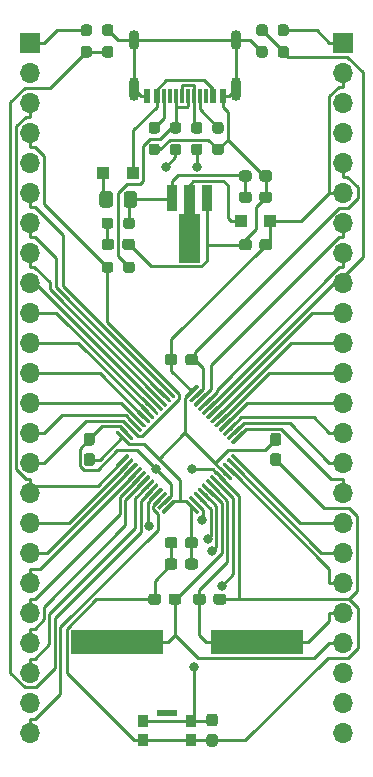
<source format=gtl>
G04 #@! TF.GenerationSoftware,KiCad,Pcbnew,5.1.8+dfsg1-1~bpo10+1*
G04 #@! TF.CreationDate,2020-12-07T14:22:28+08:00*
G04 #@! TF.ProjectId,stm32-io-extend,73746d33-322d-4696-9f2d-657874656e64,rev?*
G04 #@! TF.SameCoordinates,PX7d21b10PY76ffde0*
G04 #@! TF.FileFunction,Copper,L1,Top*
G04 #@! TF.FilePolarity,Positive*
%FSLAX46Y46*%
G04 Gerber Fmt 4.6, Leading zero omitted, Abs format (unit mm)*
G04 Created by KiCad (PCBNEW 5.1.8+dfsg1-1~bpo10+1) date 2020-12-07 14:22:28*
%MOMM*%
%LPD*%
G01*
G04 APERTURE LIST*
G04 #@! TA.AperFunction,SMDPad,CuDef*
%ADD10C,0.100000*%
G04 #@! TD*
G04 #@! TA.AperFunction,SMDPad,CuDef*
%ADD11R,0.900000X2.300000*%
G04 #@! TD*
G04 #@! TA.AperFunction,SMDPad,CuDef*
%ADD12R,1.000000X1.000000*%
G04 #@! TD*
G04 #@! TA.AperFunction,SMDPad,CuDef*
%ADD13R,7.875000X2.000000*%
G04 #@! TD*
G04 #@! TA.AperFunction,SMDPad,CuDef*
%ADD14R,1.700000X0.550000*%
G04 #@! TD*
G04 #@! TA.AperFunction,SMDPad,CuDef*
%ADD15R,0.900000X1.000000*%
G04 #@! TD*
G04 #@! TA.AperFunction,ComponentPad*
%ADD16O,1.700000X1.700000*%
G04 #@! TD*
G04 #@! TA.AperFunction,ComponentPad*
%ADD17R,1.700000X1.700000*%
G04 #@! TD*
G04 #@! TA.AperFunction,SMDPad,CuDef*
%ADD18R,0.600000X1.160000*%
G04 #@! TD*
G04 #@! TA.AperFunction,SMDPad,CuDef*
%ADD19R,0.300000X1.160000*%
G04 #@! TD*
G04 #@! TA.AperFunction,ComponentPad*
%ADD20O,0.900000X1.700000*%
G04 #@! TD*
G04 #@! TA.AperFunction,ComponentPad*
%ADD21O,0.900000X2.000000*%
G04 #@! TD*
G04 #@! TA.AperFunction,ViaPad*
%ADD22C,0.800000*%
G04 #@! TD*
G04 #@! TA.AperFunction,Conductor*
%ADD23C,0.250000*%
G04 #@! TD*
G04 APERTURE END LIST*
G04 #@! TA.AperFunction,SMDPad,CuDef*
D10*
G04 #@! TO.P,U1,2*
G04 #@! TO.N,Net-(D3-Pad2)*
G36*
X14833500Y42100000D02*
G01*
X14833500Y46225000D01*
X15250000Y46225000D01*
X15250000Y48700000D01*
X16150000Y48700000D01*
X16150000Y46225000D01*
X16566500Y46225000D01*
X16566500Y42100000D01*
X14833500Y42100000D01*
G37*
G04 #@! TD.AperFunction*
D11*
G04 #@! TO.P,U1,3*
G04 #@! TO.N,Net-(C2-Pad1)*
X14200000Y47550000D03*
G04 #@! TO.P,U1,1*
G04 #@! TO.N,GND*
X17200000Y47550000D03*
G04 #@! TD*
D12*
G04 #@! TO.P,D3,2*
G04 #@! TO.N,Net-(D3-Pad2)*
X20030000Y45610000D03*
G04 #@! TO.P,D3,1*
G04 #@! TO.N,VCC*
X22530000Y45610000D03*
G04 #@! TD*
G04 #@! TO.P,D1,2*
G04 #@! TO.N,+5V*
X10900000Y49650000D03*
G04 #@! TO.P,D1,1*
G04 #@! TO.N,Net-(D1-Pad1)*
X8400000Y49650000D03*
G04 #@! TD*
D13*
G04 #@! TO.P,Y1,2*
G04 #@! TO.N,/OSC_IN*
X9562500Y9950000D03*
G04 #@! TO.P,Y1,1*
G04 #@! TO.N,/OSC_OUT*
X21437500Y9950000D03*
G04 #@! TD*
G04 #@! TO.P,U2,48*
G04 #@! TO.N,VCC*
G04 #@! TA.AperFunction,SMDPad,CuDef*
G36*
G01*
X14475736Y21774516D02*
X13538820Y20837600D01*
G75*
G02*
X13432754Y20837600I-53033J53033D01*
G01*
X13326688Y20943666D01*
G75*
G02*
X13326688Y21049732I53033J53033D01*
G01*
X14263604Y21986648D01*
G75*
G02*
X14369670Y21986648I53033J-53033D01*
G01*
X14475736Y21880582D01*
G75*
G02*
X14475736Y21774516I-53033J-53033D01*
G01*
G37*
G04 #@! TD.AperFunction*
G04 #@! TO.P,U2,47*
G04 #@! TO.N,GND*
G04 #@! TA.AperFunction,SMDPad,CuDef*
G36*
G01*
X14122182Y22128070D02*
X13185266Y21191154D01*
G75*
G02*
X13079200Y21191154I-53033J53033D01*
G01*
X12973134Y21297220D01*
G75*
G02*
X12973134Y21403286I53033J53033D01*
G01*
X13910050Y22340202D01*
G75*
G02*
X14016116Y22340202I53033J-53033D01*
G01*
X14122182Y22234136D01*
G75*
G02*
X14122182Y22128070I-53033J-53033D01*
G01*
G37*
G04 #@! TD.AperFunction*
G04 #@! TO.P,U2,46*
G04 #@! TO.N,/PB9*
G04 #@! TA.AperFunction,SMDPad,CuDef*
G36*
G01*
X13768629Y22481623D02*
X12831713Y21544707D01*
G75*
G02*
X12725647Y21544707I-53033J53033D01*
G01*
X12619581Y21650773D01*
G75*
G02*
X12619581Y21756839I53033J53033D01*
G01*
X13556497Y22693755D01*
G75*
G02*
X13662563Y22693755I53033J-53033D01*
G01*
X13768629Y22587689D01*
G75*
G02*
X13768629Y22481623I-53033J-53033D01*
G01*
G37*
G04 #@! TD.AperFunction*
G04 #@! TO.P,U2,45*
G04 #@! TO.N,/PB8*
G04 #@! TA.AperFunction,SMDPad,CuDef*
G36*
G01*
X13415075Y22835177D02*
X12478159Y21898261D01*
G75*
G02*
X12372093Y21898261I-53033J53033D01*
G01*
X12266027Y22004327D01*
G75*
G02*
X12266027Y22110393I53033J53033D01*
G01*
X13202943Y23047309D01*
G75*
G02*
X13309009Y23047309I53033J-53033D01*
G01*
X13415075Y22941243D01*
G75*
G02*
X13415075Y22835177I-53033J-53033D01*
G01*
G37*
G04 #@! TD.AperFunction*
G04 #@! TO.P,U2,44*
G04 #@! TO.N,Net-(R6-Pad2)*
G04 #@! TA.AperFunction,SMDPad,CuDef*
G36*
G01*
X13061522Y23188730D02*
X12124606Y22251814D01*
G75*
G02*
X12018540Y22251814I-53033J53033D01*
G01*
X11912474Y22357880D01*
G75*
G02*
X11912474Y22463946I53033J53033D01*
G01*
X12849390Y23400862D01*
G75*
G02*
X12955456Y23400862I53033J-53033D01*
G01*
X13061522Y23294796D01*
G75*
G02*
X13061522Y23188730I-53033J-53033D01*
G01*
G37*
G04 #@! TD.AperFunction*
G04 #@! TO.P,U2,43*
G04 #@! TO.N,/PB7*
G04 #@! TA.AperFunction,SMDPad,CuDef*
G36*
G01*
X12707969Y23542283D02*
X11771053Y22605367D01*
G75*
G02*
X11664987Y22605367I-53033J53033D01*
G01*
X11558921Y22711433D01*
G75*
G02*
X11558921Y22817499I53033J53033D01*
G01*
X12495837Y23754415D01*
G75*
G02*
X12601903Y23754415I53033J-53033D01*
G01*
X12707969Y23648349D01*
G75*
G02*
X12707969Y23542283I-53033J-53033D01*
G01*
G37*
G04 #@! TD.AperFunction*
G04 #@! TO.P,U2,42*
G04 #@! TO.N,/PB6*
G04 #@! TA.AperFunction,SMDPad,CuDef*
G36*
G01*
X12354415Y23895837D02*
X11417499Y22958921D01*
G75*
G02*
X11311433Y22958921I-53033J53033D01*
G01*
X11205367Y23064987D01*
G75*
G02*
X11205367Y23171053I53033J53033D01*
G01*
X12142283Y24107969D01*
G75*
G02*
X12248349Y24107969I53033J-53033D01*
G01*
X12354415Y24001903D01*
G75*
G02*
X12354415Y23895837I-53033J-53033D01*
G01*
G37*
G04 #@! TD.AperFunction*
G04 #@! TO.P,U2,41*
G04 #@! TO.N,/PB5*
G04 #@! TA.AperFunction,SMDPad,CuDef*
G36*
G01*
X12000862Y24249390D02*
X11063946Y23312474D01*
G75*
G02*
X10957880Y23312474I-53033J53033D01*
G01*
X10851814Y23418540D01*
G75*
G02*
X10851814Y23524606I53033J53033D01*
G01*
X11788730Y24461522D01*
G75*
G02*
X11894796Y24461522I53033J-53033D01*
G01*
X12000862Y24355456D01*
G75*
G02*
X12000862Y24249390I-53033J-53033D01*
G01*
G37*
G04 #@! TD.AperFunction*
G04 #@! TO.P,U2,40*
G04 #@! TO.N,/PB4*
G04 #@! TA.AperFunction,SMDPad,CuDef*
G36*
G01*
X11647309Y24602943D02*
X10710393Y23666027D01*
G75*
G02*
X10604327Y23666027I-53033J53033D01*
G01*
X10498261Y23772093D01*
G75*
G02*
X10498261Y23878159I53033J53033D01*
G01*
X11435177Y24815075D01*
G75*
G02*
X11541243Y24815075I53033J-53033D01*
G01*
X11647309Y24709009D01*
G75*
G02*
X11647309Y24602943I-53033J-53033D01*
G01*
G37*
G04 #@! TD.AperFunction*
G04 #@! TO.P,U2,39*
G04 #@! TO.N,/PB3*
G04 #@! TA.AperFunction,SMDPad,CuDef*
G36*
G01*
X11293755Y24956497D02*
X10356839Y24019581D01*
G75*
G02*
X10250773Y24019581I-53033J53033D01*
G01*
X10144707Y24125647D01*
G75*
G02*
X10144707Y24231713I53033J53033D01*
G01*
X11081623Y25168629D01*
G75*
G02*
X11187689Y25168629I53033J-53033D01*
G01*
X11293755Y25062563D01*
G75*
G02*
X11293755Y24956497I-53033J-53033D01*
G01*
G37*
G04 #@! TD.AperFunction*
G04 #@! TO.P,U2,38*
G04 #@! TO.N,/PA15*
G04 #@! TA.AperFunction,SMDPad,CuDef*
G36*
G01*
X10940202Y25310050D02*
X10003286Y24373134D01*
G75*
G02*
X9897220Y24373134I-53033J53033D01*
G01*
X9791154Y24479200D01*
G75*
G02*
X9791154Y24585266I53033J53033D01*
G01*
X10728070Y25522182D01*
G75*
G02*
X10834136Y25522182I53033J-53033D01*
G01*
X10940202Y25416116D01*
G75*
G02*
X10940202Y25310050I-53033J-53033D01*
G01*
G37*
G04 #@! TD.AperFunction*
G04 #@! TO.P,U2,37*
G04 #@! TO.N,/PA14*
G04 #@! TA.AperFunction,SMDPad,CuDef*
G36*
G01*
X10586648Y25663604D02*
X9649732Y24726688D01*
G75*
G02*
X9543666Y24726688I-53033J53033D01*
G01*
X9437600Y24832754D01*
G75*
G02*
X9437600Y24938820I53033J53033D01*
G01*
X10374516Y25875736D01*
G75*
G02*
X10480582Y25875736I53033J-53033D01*
G01*
X10586648Y25769670D01*
G75*
G02*
X10586648Y25663604I-53033J-53033D01*
G01*
G37*
G04 #@! TD.AperFunction*
G04 #@! TO.P,U2,36*
G04 #@! TO.N,VCC*
G04 #@! TA.AperFunction,SMDPad,CuDef*
G36*
G01*
X10586648Y26830330D02*
X10480582Y26724264D01*
G75*
G02*
X10374516Y26724264I-53033J53033D01*
G01*
X9437600Y27661180D01*
G75*
G02*
X9437600Y27767246I53033J53033D01*
G01*
X9543666Y27873312D01*
G75*
G02*
X9649732Y27873312I53033J-53033D01*
G01*
X10586648Y26936396D01*
G75*
G02*
X10586648Y26830330I-53033J-53033D01*
G01*
G37*
G04 #@! TD.AperFunction*
G04 #@! TO.P,U2,35*
G04 #@! TO.N,GND*
G04 #@! TA.AperFunction,SMDPad,CuDef*
G36*
G01*
X10940202Y27183884D02*
X10834136Y27077818D01*
G75*
G02*
X10728070Y27077818I-53033J53033D01*
G01*
X9791154Y28014734D01*
G75*
G02*
X9791154Y28120800I53033J53033D01*
G01*
X9897220Y28226866D01*
G75*
G02*
X10003286Y28226866I53033J-53033D01*
G01*
X10940202Y27289950D01*
G75*
G02*
X10940202Y27183884I-53033J-53033D01*
G01*
G37*
G04 #@! TD.AperFunction*
G04 #@! TO.P,U2,34*
G04 #@! TO.N,/PA13*
G04 #@! TA.AperFunction,SMDPad,CuDef*
G36*
G01*
X11293755Y27537437D02*
X11187689Y27431371D01*
G75*
G02*
X11081623Y27431371I-53033J53033D01*
G01*
X10144707Y28368287D01*
G75*
G02*
X10144707Y28474353I53033J53033D01*
G01*
X10250773Y28580419D01*
G75*
G02*
X10356839Y28580419I53033J-53033D01*
G01*
X11293755Y27643503D01*
G75*
G02*
X11293755Y27537437I-53033J-53033D01*
G01*
G37*
G04 #@! TD.AperFunction*
G04 #@! TO.P,U2,33*
G04 #@! TO.N,/PA12*
G04 #@! TA.AperFunction,SMDPad,CuDef*
G36*
G01*
X11647309Y27890991D02*
X11541243Y27784925D01*
G75*
G02*
X11435177Y27784925I-53033J53033D01*
G01*
X10498261Y28721841D01*
G75*
G02*
X10498261Y28827907I53033J53033D01*
G01*
X10604327Y28933973D01*
G75*
G02*
X10710393Y28933973I53033J-53033D01*
G01*
X11647309Y27997057D01*
G75*
G02*
X11647309Y27890991I-53033J-53033D01*
G01*
G37*
G04 #@! TD.AperFunction*
G04 #@! TO.P,U2,32*
G04 #@! TO.N,/PA11*
G04 #@! TA.AperFunction,SMDPad,CuDef*
G36*
G01*
X12000862Y28244544D02*
X11894796Y28138478D01*
G75*
G02*
X11788730Y28138478I-53033J53033D01*
G01*
X10851814Y29075394D01*
G75*
G02*
X10851814Y29181460I53033J53033D01*
G01*
X10957880Y29287526D01*
G75*
G02*
X11063946Y29287526I53033J-53033D01*
G01*
X12000862Y28350610D01*
G75*
G02*
X12000862Y28244544I-53033J-53033D01*
G01*
G37*
G04 #@! TD.AperFunction*
G04 #@! TO.P,U2,31*
G04 #@! TO.N,/PA10*
G04 #@! TA.AperFunction,SMDPad,CuDef*
G36*
G01*
X12354415Y28598097D02*
X12248349Y28492031D01*
G75*
G02*
X12142283Y28492031I-53033J53033D01*
G01*
X11205367Y29428947D01*
G75*
G02*
X11205367Y29535013I53033J53033D01*
G01*
X11311433Y29641079D01*
G75*
G02*
X11417499Y29641079I53033J-53033D01*
G01*
X12354415Y28704163D01*
G75*
G02*
X12354415Y28598097I-53033J-53033D01*
G01*
G37*
G04 #@! TD.AperFunction*
G04 #@! TO.P,U2,30*
G04 #@! TO.N,/PA9*
G04 #@! TA.AperFunction,SMDPad,CuDef*
G36*
G01*
X12707969Y28951651D02*
X12601903Y28845585D01*
G75*
G02*
X12495837Y28845585I-53033J53033D01*
G01*
X11558921Y29782501D01*
G75*
G02*
X11558921Y29888567I53033J53033D01*
G01*
X11664987Y29994633D01*
G75*
G02*
X11771053Y29994633I53033J-53033D01*
G01*
X12707969Y29057717D01*
G75*
G02*
X12707969Y28951651I-53033J-53033D01*
G01*
G37*
G04 #@! TD.AperFunction*
G04 #@! TO.P,U2,29*
G04 #@! TO.N,/PA8*
G04 #@! TA.AperFunction,SMDPad,CuDef*
G36*
G01*
X13061522Y29305204D02*
X12955456Y29199138D01*
G75*
G02*
X12849390Y29199138I-53033J53033D01*
G01*
X11912474Y30136054D01*
G75*
G02*
X11912474Y30242120I53033J53033D01*
G01*
X12018540Y30348186D01*
G75*
G02*
X12124606Y30348186I53033J-53033D01*
G01*
X13061522Y29411270D01*
G75*
G02*
X13061522Y29305204I-53033J-53033D01*
G01*
G37*
G04 #@! TD.AperFunction*
G04 #@! TO.P,U2,28*
G04 #@! TO.N,/PB15*
G04 #@! TA.AperFunction,SMDPad,CuDef*
G36*
G01*
X13415075Y29658757D02*
X13309009Y29552691D01*
G75*
G02*
X13202943Y29552691I-53033J53033D01*
G01*
X12266027Y30489607D01*
G75*
G02*
X12266027Y30595673I53033J53033D01*
G01*
X12372093Y30701739D01*
G75*
G02*
X12478159Y30701739I53033J-53033D01*
G01*
X13415075Y29764823D01*
G75*
G02*
X13415075Y29658757I-53033J-53033D01*
G01*
G37*
G04 #@! TD.AperFunction*
G04 #@! TO.P,U2,27*
G04 #@! TO.N,/PB14*
G04 #@! TA.AperFunction,SMDPad,CuDef*
G36*
G01*
X13768629Y30012311D02*
X13662563Y29906245D01*
G75*
G02*
X13556497Y29906245I-53033J53033D01*
G01*
X12619581Y30843161D01*
G75*
G02*
X12619581Y30949227I53033J53033D01*
G01*
X12725647Y31055293D01*
G75*
G02*
X12831713Y31055293I53033J-53033D01*
G01*
X13768629Y30118377D01*
G75*
G02*
X13768629Y30012311I-53033J-53033D01*
G01*
G37*
G04 #@! TD.AperFunction*
G04 #@! TO.P,U2,26*
G04 #@! TO.N,/PB13*
G04 #@! TA.AperFunction,SMDPad,CuDef*
G36*
G01*
X14122182Y30365864D02*
X14016116Y30259798D01*
G75*
G02*
X13910050Y30259798I-53033J53033D01*
G01*
X12973134Y31196714D01*
G75*
G02*
X12973134Y31302780I53033J53033D01*
G01*
X13079200Y31408846D01*
G75*
G02*
X13185266Y31408846I53033J-53033D01*
G01*
X14122182Y30471930D01*
G75*
G02*
X14122182Y30365864I-53033J-53033D01*
G01*
G37*
G04 #@! TD.AperFunction*
G04 #@! TO.P,U2,25*
G04 #@! TO.N,/PB12*
G04 #@! TA.AperFunction,SMDPad,CuDef*
G36*
G01*
X14475736Y30719418D02*
X14369670Y30613352D01*
G75*
G02*
X14263604Y30613352I-53033J53033D01*
G01*
X13326688Y31550268D01*
G75*
G02*
X13326688Y31656334I53033J53033D01*
G01*
X13432754Y31762400D01*
G75*
G02*
X13538820Y31762400I53033J-53033D01*
G01*
X14475736Y30825484D01*
G75*
G02*
X14475736Y30719418I-53033J-53033D01*
G01*
G37*
G04 #@! TD.AperFunction*
G04 #@! TO.P,U2,24*
G04 #@! TO.N,VCC*
G04 #@! TA.AperFunction,SMDPad,CuDef*
G36*
G01*
X16473312Y31550268D02*
X15536396Y30613352D01*
G75*
G02*
X15430330Y30613352I-53033J53033D01*
G01*
X15324264Y30719418D01*
G75*
G02*
X15324264Y30825484I53033J53033D01*
G01*
X16261180Y31762400D01*
G75*
G02*
X16367246Y31762400I53033J-53033D01*
G01*
X16473312Y31656334D01*
G75*
G02*
X16473312Y31550268I-53033J-53033D01*
G01*
G37*
G04 #@! TD.AperFunction*
G04 #@! TO.P,U2,23*
G04 #@! TO.N,GND*
G04 #@! TA.AperFunction,SMDPad,CuDef*
G36*
G01*
X16826866Y31196714D02*
X15889950Y30259798D01*
G75*
G02*
X15783884Y30259798I-53033J53033D01*
G01*
X15677818Y30365864D01*
G75*
G02*
X15677818Y30471930I53033J53033D01*
G01*
X16614734Y31408846D01*
G75*
G02*
X16720800Y31408846I53033J-53033D01*
G01*
X16826866Y31302780D01*
G75*
G02*
X16826866Y31196714I-53033J-53033D01*
G01*
G37*
G04 #@! TD.AperFunction*
G04 #@! TO.P,U2,22*
G04 #@! TO.N,/PB11*
G04 #@! TA.AperFunction,SMDPad,CuDef*
G36*
G01*
X17180419Y30843161D02*
X16243503Y29906245D01*
G75*
G02*
X16137437Y29906245I-53033J53033D01*
G01*
X16031371Y30012311D01*
G75*
G02*
X16031371Y30118377I53033J53033D01*
G01*
X16968287Y31055293D01*
G75*
G02*
X17074353Y31055293I53033J-53033D01*
G01*
X17180419Y30949227D01*
G75*
G02*
X17180419Y30843161I-53033J-53033D01*
G01*
G37*
G04 #@! TD.AperFunction*
G04 #@! TO.P,U2,21*
G04 #@! TO.N,/PB10*
G04 #@! TA.AperFunction,SMDPad,CuDef*
G36*
G01*
X17533973Y30489607D02*
X16597057Y29552691D01*
G75*
G02*
X16490991Y29552691I-53033J53033D01*
G01*
X16384925Y29658757D01*
G75*
G02*
X16384925Y29764823I53033J53033D01*
G01*
X17321841Y30701739D01*
G75*
G02*
X17427907Y30701739I53033J-53033D01*
G01*
X17533973Y30595673D01*
G75*
G02*
X17533973Y30489607I-53033J-53033D01*
G01*
G37*
G04 #@! TD.AperFunction*
G04 #@! TO.P,U2,20*
G04 #@! TO.N,/PB2*
G04 #@! TA.AperFunction,SMDPad,CuDef*
G36*
G01*
X17887526Y30136054D02*
X16950610Y29199138D01*
G75*
G02*
X16844544Y29199138I-53033J53033D01*
G01*
X16738478Y29305204D01*
G75*
G02*
X16738478Y29411270I53033J53033D01*
G01*
X17675394Y30348186D01*
G75*
G02*
X17781460Y30348186I53033J-53033D01*
G01*
X17887526Y30242120D01*
G75*
G02*
X17887526Y30136054I-53033J-53033D01*
G01*
G37*
G04 #@! TD.AperFunction*
G04 #@! TO.P,U2,19*
G04 #@! TO.N,/PB1*
G04 #@! TA.AperFunction,SMDPad,CuDef*
G36*
G01*
X18241079Y29782501D02*
X17304163Y28845585D01*
G75*
G02*
X17198097Y28845585I-53033J53033D01*
G01*
X17092031Y28951651D01*
G75*
G02*
X17092031Y29057717I53033J53033D01*
G01*
X18028947Y29994633D01*
G75*
G02*
X18135013Y29994633I53033J-53033D01*
G01*
X18241079Y29888567D01*
G75*
G02*
X18241079Y29782501I-53033J-53033D01*
G01*
G37*
G04 #@! TD.AperFunction*
G04 #@! TO.P,U2,18*
G04 #@! TO.N,/PB0*
G04 #@! TA.AperFunction,SMDPad,CuDef*
G36*
G01*
X18594633Y29428947D02*
X17657717Y28492031D01*
G75*
G02*
X17551651Y28492031I-53033J53033D01*
G01*
X17445585Y28598097D01*
G75*
G02*
X17445585Y28704163I53033J53033D01*
G01*
X18382501Y29641079D01*
G75*
G02*
X18488567Y29641079I53033J-53033D01*
G01*
X18594633Y29535013D01*
G75*
G02*
X18594633Y29428947I-53033J-53033D01*
G01*
G37*
G04 #@! TD.AperFunction*
G04 #@! TO.P,U2,17*
G04 #@! TO.N,/PA7*
G04 #@! TA.AperFunction,SMDPad,CuDef*
G36*
G01*
X18948186Y29075394D02*
X18011270Y28138478D01*
G75*
G02*
X17905204Y28138478I-53033J53033D01*
G01*
X17799138Y28244544D01*
G75*
G02*
X17799138Y28350610I53033J53033D01*
G01*
X18736054Y29287526D01*
G75*
G02*
X18842120Y29287526I53033J-53033D01*
G01*
X18948186Y29181460D01*
G75*
G02*
X18948186Y29075394I-53033J-53033D01*
G01*
G37*
G04 #@! TD.AperFunction*
G04 #@! TO.P,U2,16*
G04 #@! TO.N,/PA6*
G04 #@! TA.AperFunction,SMDPad,CuDef*
G36*
G01*
X19301739Y28721841D02*
X18364823Y27784925D01*
G75*
G02*
X18258757Y27784925I-53033J53033D01*
G01*
X18152691Y27890991D01*
G75*
G02*
X18152691Y27997057I53033J53033D01*
G01*
X19089607Y28933973D01*
G75*
G02*
X19195673Y28933973I53033J-53033D01*
G01*
X19301739Y28827907D01*
G75*
G02*
X19301739Y28721841I-53033J-53033D01*
G01*
G37*
G04 #@! TD.AperFunction*
G04 #@! TO.P,U2,15*
G04 #@! TO.N,/PA5*
G04 #@! TA.AperFunction,SMDPad,CuDef*
G36*
G01*
X19655293Y28368287D02*
X18718377Y27431371D01*
G75*
G02*
X18612311Y27431371I-53033J53033D01*
G01*
X18506245Y27537437D01*
G75*
G02*
X18506245Y27643503I53033J53033D01*
G01*
X19443161Y28580419D01*
G75*
G02*
X19549227Y28580419I53033J-53033D01*
G01*
X19655293Y28474353D01*
G75*
G02*
X19655293Y28368287I-53033J-53033D01*
G01*
G37*
G04 #@! TD.AperFunction*
G04 #@! TO.P,U2,14*
G04 #@! TO.N,/PA4*
G04 #@! TA.AperFunction,SMDPad,CuDef*
G36*
G01*
X20008846Y28014734D02*
X19071930Y27077818D01*
G75*
G02*
X18965864Y27077818I-53033J53033D01*
G01*
X18859798Y27183884D01*
G75*
G02*
X18859798Y27289950I53033J53033D01*
G01*
X19796714Y28226866D01*
G75*
G02*
X19902780Y28226866I53033J-53033D01*
G01*
X20008846Y28120800D01*
G75*
G02*
X20008846Y28014734I-53033J-53033D01*
G01*
G37*
G04 #@! TD.AperFunction*
G04 #@! TO.P,U2,13*
G04 #@! TO.N,/PA3*
G04 #@! TA.AperFunction,SMDPad,CuDef*
G36*
G01*
X20362400Y27661180D02*
X19425484Y26724264D01*
G75*
G02*
X19319418Y26724264I-53033J53033D01*
G01*
X19213352Y26830330D01*
G75*
G02*
X19213352Y26936396I53033J53033D01*
G01*
X20150268Y27873312D01*
G75*
G02*
X20256334Y27873312I53033J-53033D01*
G01*
X20362400Y27767246D01*
G75*
G02*
X20362400Y27661180I-53033J-53033D01*
G01*
G37*
G04 #@! TD.AperFunction*
G04 #@! TO.P,U2,12*
G04 #@! TO.N,/PA2*
G04 #@! TA.AperFunction,SMDPad,CuDef*
G36*
G01*
X20362400Y24832754D02*
X20256334Y24726688D01*
G75*
G02*
X20150268Y24726688I-53033J53033D01*
G01*
X19213352Y25663604D01*
G75*
G02*
X19213352Y25769670I53033J53033D01*
G01*
X19319418Y25875736D01*
G75*
G02*
X19425484Y25875736I53033J-53033D01*
G01*
X20362400Y24938820D01*
G75*
G02*
X20362400Y24832754I-53033J-53033D01*
G01*
G37*
G04 #@! TD.AperFunction*
G04 #@! TO.P,U2,11*
G04 #@! TO.N,/PA1*
G04 #@! TA.AperFunction,SMDPad,CuDef*
G36*
G01*
X20008846Y24479200D02*
X19902780Y24373134D01*
G75*
G02*
X19796714Y24373134I-53033J53033D01*
G01*
X18859798Y25310050D01*
G75*
G02*
X18859798Y25416116I53033J53033D01*
G01*
X18965864Y25522182D01*
G75*
G02*
X19071930Y25522182I53033J-53033D01*
G01*
X20008846Y24585266D01*
G75*
G02*
X20008846Y24479200I-53033J-53033D01*
G01*
G37*
G04 #@! TD.AperFunction*
G04 #@! TO.P,U2,10*
G04 #@! TO.N,/PA0*
G04 #@! TA.AperFunction,SMDPad,CuDef*
G36*
G01*
X19655293Y24125647D02*
X19549227Y24019581D01*
G75*
G02*
X19443161Y24019581I-53033J53033D01*
G01*
X18506245Y24956497D01*
G75*
G02*
X18506245Y25062563I53033J53033D01*
G01*
X18612311Y25168629D01*
G75*
G02*
X18718377Y25168629I53033J-53033D01*
G01*
X19655293Y24231713D01*
G75*
G02*
X19655293Y24125647I-53033J-53033D01*
G01*
G37*
G04 #@! TD.AperFunction*
G04 #@! TO.P,U2,9*
G04 #@! TO.N,VCC*
G04 #@! TA.AperFunction,SMDPad,CuDef*
G36*
G01*
X19301739Y23772093D02*
X19195673Y23666027D01*
G75*
G02*
X19089607Y23666027I-53033J53033D01*
G01*
X18152691Y24602943D01*
G75*
G02*
X18152691Y24709009I53033J53033D01*
G01*
X18258757Y24815075D01*
G75*
G02*
X18364823Y24815075I53033J-53033D01*
G01*
X19301739Y23878159D01*
G75*
G02*
X19301739Y23772093I-53033J-53033D01*
G01*
G37*
G04 #@! TD.AperFunction*
G04 #@! TO.P,U2,8*
G04 #@! TO.N,GND*
G04 #@! TA.AperFunction,SMDPad,CuDef*
G36*
G01*
X18948186Y23418540D02*
X18842120Y23312474D01*
G75*
G02*
X18736054Y23312474I-53033J53033D01*
G01*
X17799138Y24249390D01*
G75*
G02*
X17799138Y24355456I53033J53033D01*
G01*
X17905204Y24461522D01*
G75*
G02*
X18011270Y24461522I53033J-53033D01*
G01*
X18948186Y23524606D01*
G75*
G02*
X18948186Y23418540I-53033J-53033D01*
G01*
G37*
G04 #@! TD.AperFunction*
G04 #@! TO.P,U2,7*
G04 #@! TO.N,/NRST*
G04 #@! TA.AperFunction,SMDPad,CuDef*
G36*
G01*
X18594633Y23064987D02*
X18488567Y22958921D01*
G75*
G02*
X18382501Y22958921I-53033J53033D01*
G01*
X17445585Y23895837D01*
G75*
G02*
X17445585Y24001903I53033J53033D01*
G01*
X17551651Y24107969D01*
G75*
G02*
X17657717Y24107969I53033J-53033D01*
G01*
X18594633Y23171053D01*
G75*
G02*
X18594633Y23064987I-53033J-53033D01*
G01*
G37*
G04 #@! TD.AperFunction*
G04 #@! TO.P,U2,6*
G04 #@! TO.N,/OSC_OUT*
G04 #@! TA.AperFunction,SMDPad,CuDef*
G36*
G01*
X18241079Y22711433D02*
X18135013Y22605367D01*
G75*
G02*
X18028947Y22605367I-53033J53033D01*
G01*
X17092031Y23542283D01*
G75*
G02*
X17092031Y23648349I53033J53033D01*
G01*
X17198097Y23754415D01*
G75*
G02*
X17304163Y23754415I53033J-53033D01*
G01*
X18241079Y22817499D01*
G75*
G02*
X18241079Y22711433I-53033J-53033D01*
G01*
G37*
G04 #@! TD.AperFunction*
G04 #@! TO.P,U2,5*
G04 #@! TO.N,/OSC_IN*
G04 #@! TA.AperFunction,SMDPad,CuDef*
G36*
G01*
X17887526Y22357880D02*
X17781460Y22251814D01*
G75*
G02*
X17675394Y22251814I-53033J53033D01*
G01*
X16738478Y23188730D01*
G75*
G02*
X16738478Y23294796I53033J53033D01*
G01*
X16844544Y23400862D01*
G75*
G02*
X16950610Y23400862I53033J-53033D01*
G01*
X17887526Y22463946D01*
G75*
G02*
X17887526Y22357880I-53033J-53033D01*
G01*
G37*
G04 #@! TD.AperFunction*
G04 #@! TO.P,U2,4*
G04 #@! TO.N,/PC15*
G04 #@! TA.AperFunction,SMDPad,CuDef*
G36*
G01*
X17533973Y22004327D02*
X17427907Y21898261D01*
G75*
G02*
X17321841Y21898261I-53033J53033D01*
G01*
X16384925Y22835177D01*
G75*
G02*
X16384925Y22941243I53033J53033D01*
G01*
X16490991Y23047309D01*
G75*
G02*
X16597057Y23047309I53033J-53033D01*
G01*
X17533973Y22110393D01*
G75*
G02*
X17533973Y22004327I-53033J-53033D01*
G01*
G37*
G04 #@! TD.AperFunction*
G04 #@! TO.P,U2,3*
G04 #@! TO.N,/PC14*
G04 #@! TA.AperFunction,SMDPad,CuDef*
G36*
G01*
X17180419Y21650773D02*
X17074353Y21544707D01*
G75*
G02*
X16968287Y21544707I-53033J53033D01*
G01*
X16031371Y22481623D01*
G75*
G02*
X16031371Y22587689I53033J53033D01*
G01*
X16137437Y22693755D01*
G75*
G02*
X16243503Y22693755I53033J-53033D01*
G01*
X17180419Y21756839D01*
G75*
G02*
X17180419Y21650773I-53033J-53033D01*
G01*
G37*
G04 #@! TD.AperFunction*
G04 #@! TO.P,U2,2*
G04 #@! TO.N,/PC13*
G04 #@! TA.AperFunction,SMDPad,CuDef*
G36*
G01*
X16826866Y21297220D02*
X16720800Y21191154D01*
G75*
G02*
X16614734Y21191154I-53033J53033D01*
G01*
X15677818Y22128070D01*
G75*
G02*
X15677818Y22234136I53033J53033D01*
G01*
X15783884Y22340202D01*
G75*
G02*
X15889950Y22340202I53033J-53033D01*
G01*
X16826866Y21403286D01*
G75*
G02*
X16826866Y21297220I-53033J-53033D01*
G01*
G37*
G04 #@! TD.AperFunction*
G04 #@! TO.P,U2,1*
G04 #@! TO.N,VCC*
G04 #@! TA.AperFunction,SMDPad,CuDef*
G36*
G01*
X16473312Y20943666D02*
X16367246Y20837600D01*
G75*
G02*
X16261180Y20837600I-53033J53033D01*
G01*
X15324264Y21774516D01*
G75*
G02*
X15324264Y21880582I53033J53033D01*
G01*
X15430330Y21986648D01*
G75*
G02*
X15536396Y21986648I53033J-53033D01*
G01*
X16473312Y21049732D01*
G75*
G02*
X16473312Y20943666I-53033J-53033D01*
G01*
G37*
G04 #@! TD.AperFunction*
G04 #@! TD*
D14*
G04 #@! TO.P,SW1,SH*
G04 #@! TO.N,N/C*
X13800000Y3925000D03*
D15*
G04 #@! TO.P,SW1,1*
G04 #@! TO.N,/NRST*
X11750000Y3300000D03*
G04 #@! TO.P,SW1,2*
G04 #@! TO.N,GND*
X11750000Y1700000D03*
G04 #@! TO.P,SW1,1*
G04 #@! TO.N,/NRST*
X15850000Y3300000D03*
G04 #@! TO.P,SW1,2*
G04 #@! TO.N,GND*
X15850000Y1700000D03*
G04 #@! TD*
G04 #@! TO.P,R10,2*
G04 #@! TO.N,Net-(J1-PadA6)*
G04 #@! TA.AperFunction,SMDPad,CuDef*
G36*
G01*
X10075000Y41472500D02*
X10075000Y41947500D01*
G75*
G02*
X10312500Y42185000I237500J0D01*
G01*
X10812500Y42185000D01*
G75*
G02*
X11050000Y41947500I0J-237500D01*
G01*
X11050000Y41472500D01*
G75*
G02*
X10812500Y41235000I-237500J0D01*
G01*
X10312500Y41235000D01*
G75*
G02*
X10075000Y41472500I0J237500D01*
G01*
G37*
G04 #@! TD.AperFunction*
G04 #@! TO.P,R10,1*
G04 #@! TO.N,/PA13*
G04 #@! TA.AperFunction,SMDPad,CuDef*
G36*
G01*
X8250000Y41472500D02*
X8250000Y41947500D01*
G75*
G02*
X8487500Y42185000I237500J0D01*
G01*
X8987500Y42185000D01*
G75*
G02*
X9225000Y41947500I0J-237500D01*
G01*
X9225000Y41472500D01*
G75*
G02*
X8987500Y41235000I-237500J0D01*
G01*
X8487500Y41235000D01*
G75*
G02*
X8250000Y41472500I0J237500D01*
G01*
G37*
G04 #@! TD.AperFunction*
G04 #@! TD*
G04 #@! TO.P,R9,2*
G04 #@! TO.N,GND*
G04 #@! TA.AperFunction,SMDPad,CuDef*
G36*
G01*
X21582500Y60435000D02*
X22057500Y60435000D01*
G75*
G02*
X22295000Y60197500I0J-237500D01*
G01*
X22295000Y59697500D01*
G75*
G02*
X22057500Y59460000I-237500J0D01*
G01*
X21582500Y59460000D01*
G75*
G02*
X21345000Y59697500I0J237500D01*
G01*
X21345000Y60197500D01*
G75*
G02*
X21582500Y60435000I237500J0D01*
G01*
G37*
G04 #@! TD.AperFunction*
G04 #@! TO.P,R9,1*
G04 #@! TO.N,/PB2*
G04 #@! TA.AperFunction,SMDPad,CuDef*
G36*
G01*
X21582500Y62260000D02*
X22057500Y62260000D01*
G75*
G02*
X22295000Y62022500I0J-237500D01*
G01*
X22295000Y61522500D01*
G75*
G02*
X22057500Y61285000I-237500J0D01*
G01*
X21582500Y61285000D01*
G75*
G02*
X21345000Y61522500I0J237500D01*
G01*
X21345000Y62022500D01*
G75*
G02*
X21582500Y62260000I237500J0D01*
G01*
G37*
G04 #@! TD.AperFunction*
G04 #@! TD*
G04 #@! TO.P,R8,2*
G04 #@! TO.N,/PB2*
G04 #@! TA.AperFunction,SMDPad,CuDef*
G36*
G01*
X23382500Y60435000D02*
X23857500Y60435000D01*
G75*
G02*
X24095000Y60197500I0J-237500D01*
G01*
X24095000Y59697500D01*
G75*
G02*
X23857500Y59460000I-237500J0D01*
G01*
X23382500Y59460000D01*
G75*
G02*
X23145000Y59697500I0J237500D01*
G01*
X23145000Y60197500D01*
G75*
G02*
X23382500Y60435000I237500J0D01*
G01*
G37*
G04 #@! TD.AperFunction*
G04 #@! TO.P,R8,1*
G04 #@! TO.N,/BOOT1_UP*
G04 #@! TA.AperFunction,SMDPad,CuDef*
G36*
G01*
X23382500Y62260000D02*
X23857500Y62260000D01*
G75*
G02*
X24095000Y62022500I0J-237500D01*
G01*
X24095000Y61522500D01*
G75*
G02*
X23857500Y61285000I-237500J0D01*
G01*
X23382500Y61285000D01*
G75*
G02*
X23145000Y61522500I0J237500D01*
G01*
X23145000Y62022500D01*
G75*
G02*
X23382500Y62260000I237500J0D01*
G01*
G37*
G04 #@! TD.AperFunction*
G04 #@! TD*
G04 #@! TO.P,R7,2*
G04 #@! TO.N,GND*
G04 #@! TA.AperFunction,SMDPad,CuDef*
G36*
G01*
X8997500Y61285000D02*
X8522500Y61285000D01*
G75*
G02*
X8285000Y61522500I0J237500D01*
G01*
X8285000Y62022500D01*
G75*
G02*
X8522500Y62260000I237500J0D01*
G01*
X8997500Y62260000D01*
G75*
G02*
X9235000Y62022500I0J-237500D01*
G01*
X9235000Y61522500D01*
G75*
G02*
X8997500Y61285000I-237500J0D01*
G01*
G37*
G04 #@! TD.AperFunction*
G04 #@! TO.P,R7,1*
G04 #@! TO.N,Net-(R6-Pad2)*
G04 #@! TA.AperFunction,SMDPad,CuDef*
G36*
G01*
X8997500Y59460000D02*
X8522500Y59460000D01*
G75*
G02*
X8285000Y59697500I0J237500D01*
G01*
X8285000Y60197500D01*
G75*
G02*
X8522500Y60435000I237500J0D01*
G01*
X8997500Y60435000D01*
G75*
G02*
X9235000Y60197500I0J-237500D01*
G01*
X9235000Y59697500D01*
G75*
G02*
X8997500Y59460000I-237500J0D01*
G01*
G37*
G04 #@! TD.AperFunction*
G04 #@! TD*
G04 #@! TO.P,R6,2*
G04 #@! TO.N,Net-(R6-Pad2)*
G04 #@! TA.AperFunction,SMDPad,CuDef*
G36*
G01*
X6722500Y60435000D02*
X7197500Y60435000D01*
G75*
G02*
X7435000Y60197500I0J-237500D01*
G01*
X7435000Y59697500D01*
G75*
G02*
X7197500Y59460000I-237500J0D01*
G01*
X6722500Y59460000D01*
G75*
G02*
X6485000Y59697500I0J237500D01*
G01*
X6485000Y60197500D01*
G75*
G02*
X6722500Y60435000I237500J0D01*
G01*
G37*
G04 #@! TD.AperFunction*
G04 #@! TO.P,R6,1*
G04 #@! TO.N,/BOOT0_UP*
G04 #@! TA.AperFunction,SMDPad,CuDef*
G36*
G01*
X6722500Y62260000D02*
X7197500Y62260000D01*
G75*
G02*
X7435000Y62022500I0J-237500D01*
G01*
X7435000Y61522500D01*
G75*
G02*
X7197500Y61285000I-237500J0D01*
G01*
X6722500Y61285000D01*
G75*
G02*
X6485000Y61522500I0J237500D01*
G01*
X6485000Y62022500D01*
G75*
G02*
X6722500Y62260000I237500J0D01*
G01*
G37*
G04 #@! TD.AperFunction*
G04 #@! TD*
G04 #@! TO.P,R5,2*
G04 #@! TO.N,Net-(D2-Pad2)*
G04 #@! TA.AperFunction,SMDPad,CuDef*
G36*
G01*
X9225000Y45667500D02*
X9225000Y45192500D01*
G75*
G02*
X8987500Y44955000I-237500J0D01*
G01*
X8487500Y44955000D01*
G75*
G02*
X8250000Y45192500I0J237500D01*
G01*
X8250000Y45667500D01*
G75*
G02*
X8487500Y45905000I237500J0D01*
G01*
X8987500Y45905000D01*
G75*
G02*
X9225000Y45667500I0J-237500D01*
G01*
G37*
G04 #@! TD.AperFunction*
G04 #@! TO.P,R5,1*
G04 #@! TO.N,Net-(C2-Pad1)*
G04 #@! TA.AperFunction,SMDPad,CuDef*
G36*
G01*
X11050000Y45667500D02*
X11050000Y45192500D01*
G75*
G02*
X10812500Y44955000I-237500J0D01*
G01*
X10312500Y44955000D01*
G75*
G02*
X10075000Y45192500I0J237500D01*
G01*
X10075000Y45667500D01*
G75*
G02*
X10312500Y45905000I237500J0D01*
G01*
X10812500Y45905000D01*
G75*
G02*
X11050000Y45667500I0J-237500D01*
G01*
G37*
G04 #@! TD.AperFunction*
G04 #@! TD*
G04 #@! TO.P,R4,2*
G04 #@! TO.N,Net-(J1-PadA6)*
G04 #@! TA.AperFunction,SMDPad,CuDef*
G36*
G01*
X14737500Y53025000D02*
X14262500Y53025000D01*
G75*
G02*
X14025000Y53262500I0J237500D01*
G01*
X14025000Y53762500D01*
G75*
G02*
X14262500Y54000000I237500J0D01*
G01*
X14737500Y54000000D01*
G75*
G02*
X14975000Y53762500I0J-237500D01*
G01*
X14975000Y53262500D01*
G75*
G02*
X14737500Y53025000I-237500J0D01*
G01*
G37*
G04 #@! TD.AperFunction*
G04 #@! TO.P,R4,1*
G04 #@! TO.N,/PA12*
G04 #@! TA.AperFunction,SMDPad,CuDef*
G36*
G01*
X14737500Y51200000D02*
X14262500Y51200000D01*
G75*
G02*
X14025000Y51437500I0J237500D01*
G01*
X14025000Y51937500D01*
G75*
G02*
X14262500Y52175000I237500J0D01*
G01*
X14737500Y52175000D01*
G75*
G02*
X14975000Y51937500I0J-237500D01*
G01*
X14975000Y51437500D01*
G75*
G02*
X14737500Y51200000I-237500J0D01*
G01*
G37*
G04 #@! TD.AperFunction*
G04 #@! TD*
G04 #@! TO.P,R3,2*
G04 #@! TO.N,Net-(J1-PadA7)*
G04 #@! TA.AperFunction,SMDPad,CuDef*
G36*
G01*
X16537500Y53025000D02*
X16062500Y53025000D01*
G75*
G02*
X15825000Y53262500I0J237500D01*
G01*
X15825000Y53762500D01*
G75*
G02*
X16062500Y54000000I237500J0D01*
G01*
X16537500Y54000000D01*
G75*
G02*
X16775000Y53762500I0J-237500D01*
G01*
X16775000Y53262500D01*
G75*
G02*
X16537500Y53025000I-237500J0D01*
G01*
G37*
G04 #@! TD.AperFunction*
G04 #@! TO.P,R3,1*
G04 #@! TO.N,/PA11*
G04 #@! TA.AperFunction,SMDPad,CuDef*
G36*
G01*
X16537500Y51200000D02*
X16062500Y51200000D01*
G75*
G02*
X15825000Y51437500I0J237500D01*
G01*
X15825000Y51937500D01*
G75*
G02*
X16062500Y52175000I237500J0D01*
G01*
X16537500Y52175000D01*
G75*
G02*
X16775000Y51937500I0J-237500D01*
G01*
X16775000Y51437500D01*
G75*
G02*
X16537500Y51200000I-237500J0D01*
G01*
G37*
G04 #@! TD.AperFunction*
G04 #@! TD*
G04 #@! TO.P,R2,2*
G04 #@! TO.N,GND*
G04 #@! TA.AperFunction,SMDPad,CuDef*
G36*
G01*
X12462500Y52175000D02*
X12937500Y52175000D01*
G75*
G02*
X13175000Y51937500I0J-237500D01*
G01*
X13175000Y51437500D01*
G75*
G02*
X12937500Y51200000I-237500J0D01*
G01*
X12462500Y51200000D01*
G75*
G02*
X12225000Y51437500I0J237500D01*
G01*
X12225000Y51937500D01*
G75*
G02*
X12462500Y52175000I237500J0D01*
G01*
G37*
G04 #@! TD.AperFunction*
G04 #@! TO.P,R2,1*
G04 #@! TO.N,Net-(J1-PadB5)*
G04 #@! TA.AperFunction,SMDPad,CuDef*
G36*
G01*
X12462500Y54000000D02*
X12937500Y54000000D01*
G75*
G02*
X13175000Y53762500I0J-237500D01*
G01*
X13175000Y53262500D01*
G75*
G02*
X12937500Y53025000I-237500J0D01*
G01*
X12462500Y53025000D01*
G75*
G02*
X12225000Y53262500I0J237500D01*
G01*
X12225000Y53762500D01*
G75*
G02*
X12462500Y54000000I237500J0D01*
G01*
G37*
G04 #@! TD.AperFunction*
G04 #@! TD*
G04 #@! TO.P,R1,2*
G04 #@! TO.N,Net-(J1-PadA5)*
G04 #@! TA.AperFunction,SMDPad,CuDef*
G36*
G01*
X18337500Y53025000D02*
X17862500Y53025000D01*
G75*
G02*
X17625000Y53262500I0J237500D01*
G01*
X17625000Y53762500D01*
G75*
G02*
X17862500Y54000000I237500J0D01*
G01*
X18337500Y54000000D01*
G75*
G02*
X18575000Y53762500I0J-237500D01*
G01*
X18575000Y53262500D01*
G75*
G02*
X18337500Y53025000I-237500J0D01*
G01*
G37*
G04 #@! TD.AperFunction*
G04 #@! TO.P,R1,1*
G04 #@! TO.N,GND*
G04 #@! TA.AperFunction,SMDPad,CuDef*
G36*
G01*
X18337500Y51200000D02*
X17862500Y51200000D01*
G75*
G02*
X17625000Y51437500I0J237500D01*
G01*
X17625000Y51937500D01*
G75*
G02*
X17862500Y52175000I237500J0D01*
G01*
X18337500Y52175000D01*
G75*
G02*
X18575000Y51937500I0J-237500D01*
G01*
X18575000Y51437500D01*
G75*
G02*
X18337500Y51200000I-237500J0D01*
G01*
G37*
G04 #@! TD.AperFunction*
G04 #@! TD*
D16*
G04 #@! TO.P,J3,24*
G04 #@! TO.N,/PC13*
X28700000Y2280000D03*
G04 #@! TO.P,J3,23*
G04 #@! TO.N,/PC14*
X28700000Y4820000D03*
G04 #@! TO.P,J3,22*
G04 #@! TO.N,/PC15*
X28700000Y7360000D03*
G04 #@! TO.P,J3,21*
G04 #@! TO.N,/OSC_IN*
X28700000Y9900000D03*
G04 #@! TO.P,J3,20*
G04 #@! TO.N,/OSC_OUT*
X28700000Y12440000D03*
G04 #@! TO.P,J3,19*
G04 #@! TO.N,/PA0*
X28700000Y14980000D03*
G04 #@! TO.P,J3,18*
G04 #@! TO.N,/PA1*
X28700000Y17520000D03*
G04 #@! TO.P,J3,17*
G04 #@! TO.N,/PA2*
X28700000Y20060000D03*
G04 #@! TO.P,J3,16*
G04 #@! TO.N,/PA3*
X28700000Y22600000D03*
G04 #@! TO.P,J3,15*
G04 #@! TO.N,/PA4*
X28700000Y25140000D03*
G04 #@! TO.P,J3,14*
G04 #@! TO.N,/PA5*
X28700000Y27680000D03*
G04 #@! TO.P,J3,13*
G04 #@! TO.N,/PA6*
X28700000Y30220000D03*
G04 #@! TO.P,J3,12*
G04 #@! TO.N,/PA7*
X28700000Y32760000D03*
G04 #@! TO.P,J3,11*
G04 #@! TO.N,/PB0*
X28700000Y35300000D03*
G04 #@! TO.P,J3,10*
G04 #@! TO.N,/PB1*
X28700000Y37840000D03*
G04 #@! TO.P,J3,9*
G04 #@! TO.N,/PB2*
X28700000Y40380000D03*
G04 #@! TO.P,J3,8*
G04 #@! TO.N,/PB10*
X28700000Y42920000D03*
G04 #@! TO.P,J3,7*
G04 #@! TO.N,/PB11*
X28700000Y45460000D03*
G04 #@! TO.P,J3,6*
G04 #@! TO.N,VCC*
X28700000Y48000000D03*
G04 #@! TO.P,J3,5*
G04 #@! TO.N,GND*
X28700000Y50540000D03*
G04 #@! TO.P,J3,4*
G04 #@! TO.N,/PA10*
X28700000Y53080000D03*
G04 #@! TO.P,J3,3*
G04 #@! TO.N,/PA9*
X28700000Y55620000D03*
G04 #@! TO.P,J3,2*
G04 #@! TO.N,VCC*
X28700000Y58160000D03*
D17*
G04 #@! TO.P,J3,1*
G04 #@! TO.N,/BOOT1_UP*
X28700000Y60700000D03*
G04 #@! TD*
D16*
G04 #@! TO.P,J2,24*
G04 #@! TO.N,/PB9*
X2200000Y2280000D03*
G04 #@! TO.P,J2,23*
G04 #@! TO.N,/PB8*
X2200000Y4820000D03*
G04 #@! TO.P,J2,22*
G04 #@! TO.N,/PB7*
X2200000Y7360000D03*
G04 #@! TO.P,J2,21*
G04 #@! TO.N,/PB6*
X2200000Y9900000D03*
G04 #@! TO.P,J2,20*
G04 #@! TO.N,/PB5*
X2200000Y12440000D03*
G04 #@! TO.P,J2,19*
G04 #@! TO.N,/PB4*
X2200000Y14980000D03*
G04 #@! TO.P,J2,18*
G04 #@! TO.N,/PB3*
X2200000Y17520000D03*
G04 #@! TO.P,J2,17*
G04 #@! TO.N,/PA15*
X2200000Y20060000D03*
G04 #@! TO.P,J2,16*
G04 #@! TO.N,/PA14*
X2200000Y22600000D03*
G04 #@! TO.P,J2,15*
G04 #@! TO.N,/PA13*
X2200000Y25140000D03*
G04 #@! TO.P,J2,14*
G04 #@! TO.N,/PA12*
X2200000Y27680000D03*
G04 #@! TO.P,J2,13*
G04 #@! TO.N,/PA11*
X2200000Y30220000D03*
G04 #@! TO.P,J2,12*
G04 #@! TO.N,/PA10*
X2200000Y32760000D03*
G04 #@! TO.P,J2,11*
G04 #@! TO.N,/PA9*
X2200000Y35300000D03*
G04 #@! TO.P,J2,10*
G04 #@! TO.N,/PA8*
X2200000Y37840000D03*
G04 #@! TO.P,J2,9*
G04 #@! TO.N,/PB15*
X2200000Y40380000D03*
G04 #@! TO.P,J2,8*
G04 #@! TO.N,/PB14*
X2200000Y42920000D03*
G04 #@! TO.P,J2,7*
G04 #@! TO.N,/PB13*
X2200000Y45460000D03*
G04 #@! TO.P,J2,6*
G04 #@! TO.N,/PB12*
X2200000Y48000000D03*
G04 #@! TO.P,J2,5*
G04 #@! TO.N,GND*
X2200000Y50540000D03*
G04 #@! TO.P,J2,4*
G04 #@! TO.N,/PA13*
X2200000Y53080000D03*
G04 #@! TO.P,J2,3*
G04 #@! TO.N,/PA14*
X2200000Y55620000D03*
G04 #@! TO.P,J2,2*
G04 #@! TO.N,VCC*
X2200000Y58160000D03*
D17*
G04 #@! TO.P,J2,1*
G04 #@! TO.N,/BOOT0_UP*
X2200000Y60700000D03*
G04 #@! TD*
D18*
G04 #@! TO.P,J1,A12*
G04 #@! TO.N,GND*
X12100000Y56190000D03*
G04 #@! TO.P,J1,A9*
G04 #@! TO.N,+5V*
X12900000Y56190000D03*
G04 #@! TO.P,J1,B1*
G04 #@! TO.N,GND*
X12100000Y56190000D03*
G04 #@! TO.P,J1,B4*
G04 #@! TO.N,+5V*
X12900000Y56190000D03*
G04 #@! TO.P,J1,B12*
G04 #@! TO.N,GND*
X18500000Y56190000D03*
G04 #@! TO.P,J1,A1*
X18500000Y56190000D03*
G04 #@! TO.P,J1,B9*
G04 #@! TO.N,+5V*
X17700000Y56190000D03*
G04 #@! TO.P,J1,A4*
X17700000Y56190000D03*
D19*
G04 #@! TO.P,J1,B5*
G04 #@! TO.N,Net-(J1-PadB5)*
X13550000Y56190000D03*
G04 #@! TO.P,J1,B6*
G04 #@! TO.N,Net-(J1-PadA6)*
X14550000Y56190000D03*
G04 #@! TO.P,J1,A8*
G04 #@! TO.N,N/C*
X14050000Y56190000D03*
G04 #@! TO.P,J1,A5*
G04 #@! TO.N,Net-(J1-PadA5)*
X16550000Y56190000D03*
G04 #@! TO.P,J1,B8*
G04 #@! TO.N,N/C*
X17050000Y56190000D03*
G04 #@! TO.P,J1,A7*
G04 #@! TO.N,Net-(J1-PadA7)*
X15050000Y56190000D03*
G04 #@! TO.P,J1,A6*
G04 #@! TO.N,Net-(J1-PadA6)*
X15550000Y56190000D03*
G04 #@! TO.P,J1,B7*
G04 #@! TO.N,Net-(J1-PadA7)*
X16050000Y56190000D03*
D20*
G04 #@! TO.P,J1,S1*
G04 #@! TO.N,GND*
X10980000Y60940000D03*
X19620000Y60940000D03*
D21*
X10980000Y56770000D03*
X19620000Y56770000D03*
G04 #@! TD*
G04 #@! TO.P,F1,2*
G04 #@! TO.N,Net-(D1-Pad1)*
G04 #@! TA.AperFunction,SMDPad,CuDef*
G36*
G01*
X9200000Y47900001D02*
X9200000Y46999999D01*
G75*
G02*
X8950001Y46750000I-249999J0D01*
G01*
X8299999Y46750000D01*
G75*
G02*
X8050000Y46999999I0J249999D01*
G01*
X8050000Y47900001D01*
G75*
G02*
X8299999Y48150000I249999J0D01*
G01*
X8950001Y48150000D01*
G75*
G02*
X9200000Y47900001I0J-249999D01*
G01*
G37*
G04 #@! TD.AperFunction*
G04 #@! TO.P,F1,1*
G04 #@! TO.N,Net-(C2-Pad1)*
G04 #@! TA.AperFunction,SMDPad,CuDef*
G36*
G01*
X11250000Y47900001D02*
X11250000Y46999999D01*
G75*
G02*
X11000001Y46750000I-249999J0D01*
G01*
X10349999Y46750000D01*
G75*
G02*
X10100000Y46999999I0J249999D01*
G01*
X10100000Y47900001D01*
G75*
G02*
X10349999Y48150000I249999J0D01*
G01*
X11000001Y48150000D01*
G75*
G02*
X11250000Y47900001I0J-249999D01*
G01*
G37*
G04 #@! TD.AperFunction*
G04 #@! TD*
G04 #@! TO.P,D2,2*
G04 #@! TO.N,Net-(D2-Pad2)*
G04 #@! TA.AperFunction,SMDPad,CuDef*
G36*
G01*
X9300000Y43877500D02*
X9300000Y43402500D01*
G75*
G02*
X9062500Y43165000I-237500J0D01*
G01*
X8487500Y43165000D01*
G75*
G02*
X8250000Y43402500I0J237500D01*
G01*
X8250000Y43877500D01*
G75*
G02*
X8487500Y44115000I237500J0D01*
G01*
X9062500Y44115000D01*
G75*
G02*
X9300000Y43877500I0J-237500D01*
G01*
G37*
G04 #@! TD.AperFunction*
G04 #@! TO.P,D2,1*
G04 #@! TO.N,GND*
G04 #@! TA.AperFunction,SMDPad,CuDef*
G36*
G01*
X11050000Y43877500D02*
X11050000Y43402500D01*
G75*
G02*
X10812500Y43165000I-237500J0D01*
G01*
X10237500Y43165000D01*
G75*
G02*
X10000000Y43402500I0J237500D01*
G01*
X10000000Y43877500D01*
G75*
G02*
X10237500Y44115000I237500J0D01*
G01*
X10812500Y44115000D01*
G75*
G02*
X11050000Y43877500I0J-237500D01*
G01*
G37*
G04 #@! TD.AperFunction*
G04 #@! TD*
G04 #@! TO.P,C11,2*
G04 #@! TO.N,GND*
G04 #@! TA.AperFunction,SMDPad,CuDef*
G36*
G01*
X22752500Y25955000D02*
X23227500Y25955000D01*
G75*
G02*
X23465000Y25717500I0J-237500D01*
G01*
X23465000Y25117500D01*
G75*
G02*
X23227500Y24880000I-237500J0D01*
G01*
X22752500Y24880000D01*
G75*
G02*
X22515000Y25117500I0J237500D01*
G01*
X22515000Y25717500D01*
G75*
G02*
X22752500Y25955000I237500J0D01*
G01*
G37*
G04 #@! TD.AperFunction*
G04 #@! TO.P,C11,1*
G04 #@! TO.N,VCC*
G04 #@! TA.AperFunction,SMDPad,CuDef*
G36*
G01*
X22752500Y27680000D02*
X23227500Y27680000D01*
G75*
G02*
X23465000Y27442500I0J-237500D01*
G01*
X23465000Y26842500D01*
G75*
G02*
X23227500Y26605000I-237500J0D01*
G01*
X22752500Y26605000D01*
G75*
G02*
X22515000Y26842500I0J237500D01*
G01*
X22515000Y27442500D01*
G75*
G02*
X22752500Y27680000I237500J0D01*
G01*
G37*
G04 #@! TD.AperFunction*
G04 #@! TD*
G04 #@! TO.P,C10,2*
G04 #@! TO.N,GND*
G04 #@! TA.AperFunction,SMDPad,CuDef*
G36*
G01*
X7427500Y26605000D02*
X6952500Y26605000D01*
G75*
G02*
X6715000Y26842500I0J237500D01*
G01*
X6715000Y27442500D01*
G75*
G02*
X6952500Y27680000I237500J0D01*
G01*
X7427500Y27680000D01*
G75*
G02*
X7665000Y27442500I0J-237500D01*
G01*
X7665000Y26842500D01*
G75*
G02*
X7427500Y26605000I-237500J0D01*
G01*
G37*
G04 #@! TD.AperFunction*
G04 #@! TO.P,C10,1*
G04 #@! TO.N,VCC*
G04 #@! TA.AperFunction,SMDPad,CuDef*
G36*
G01*
X7427500Y24880000D02*
X6952500Y24880000D01*
G75*
G02*
X6715000Y25117500I0J237500D01*
G01*
X6715000Y25717500D01*
G75*
G02*
X6952500Y25955000I237500J0D01*
G01*
X7427500Y25955000D01*
G75*
G02*
X7665000Y25717500I0J-237500D01*
G01*
X7665000Y25117500D01*
G75*
G02*
X7427500Y24880000I-237500J0D01*
G01*
G37*
G04 #@! TD.AperFunction*
G04 #@! TD*
G04 #@! TO.P,C9,2*
G04 #@! TO.N,GND*
G04 #@! TA.AperFunction,SMDPad,CuDef*
G36*
G01*
X15315000Y33642500D02*
X15315000Y34117500D01*
G75*
G02*
X15552500Y34355000I237500J0D01*
G01*
X16152500Y34355000D01*
G75*
G02*
X16390000Y34117500I0J-237500D01*
G01*
X16390000Y33642500D01*
G75*
G02*
X16152500Y33405000I-237500J0D01*
G01*
X15552500Y33405000D01*
G75*
G02*
X15315000Y33642500I0J237500D01*
G01*
G37*
G04 #@! TD.AperFunction*
G04 #@! TO.P,C9,1*
G04 #@! TO.N,VCC*
G04 #@! TA.AperFunction,SMDPad,CuDef*
G36*
G01*
X13590000Y33642500D02*
X13590000Y34117500D01*
G75*
G02*
X13827500Y34355000I237500J0D01*
G01*
X14427500Y34355000D01*
G75*
G02*
X14665000Y34117500I0J-237500D01*
G01*
X14665000Y33642500D01*
G75*
G02*
X14427500Y33405000I-237500J0D01*
G01*
X13827500Y33405000D01*
G75*
G02*
X13590000Y33642500I0J237500D01*
G01*
G37*
G04 #@! TD.AperFunction*
G04 #@! TD*
G04 #@! TO.P,C8,2*
G04 #@! TO.N,GND*
G04 #@! TA.AperFunction,SMDPad,CuDef*
G36*
G01*
X14665000Y18617500D02*
X14665000Y18142500D01*
G75*
G02*
X14427500Y17905000I-237500J0D01*
G01*
X13827500Y17905000D01*
G75*
G02*
X13590000Y18142500I0J237500D01*
G01*
X13590000Y18617500D01*
G75*
G02*
X13827500Y18855000I237500J0D01*
G01*
X14427500Y18855000D01*
G75*
G02*
X14665000Y18617500I0J-237500D01*
G01*
G37*
G04 #@! TD.AperFunction*
G04 #@! TO.P,C8,1*
G04 #@! TO.N,VCC*
G04 #@! TA.AperFunction,SMDPad,CuDef*
G36*
G01*
X16390000Y18617500D02*
X16390000Y18142500D01*
G75*
G02*
X16152500Y17905000I-237500J0D01*
G01*
X15552500Y17905000D01*
G75*
G02*
X15315000Y18142500I0J237500D01*
G01*
X15315000Y18617500D01*
G75*
G02*
X15552500Y18855000I237500J0D01*
G01*
X16152500Y18855000D01*
G75*
G02*
X16390000Y18617500I0J-237500D01*
G01*
G37*
G04 #@! TD.AperFunction*
G04 #@! TD*
G04 #@! TO.P,C7,2*
G04 #@! TO.N,GND*
G04 #@! TA.AperFunction,SMDPad,CuDef*
G36*
G01*
X14665000Y16817500D02*
X14665000Y16342500D01*
G75*
G02*
X14427500Y16105000I-237500J0D01*
G01*
X13827500Y16105000D01*
G75*
G02*
X13590000Y16342500I0J237500D01*
G01*
X13590000Y16817500D01*
G75*
G02*
X13827500Y17055000I237500J0D01*
G01*
X14427500Y17055000D01*
G75*
G02*
X14665000Y16817500I0J-237500D01*
G01*
G37*
G04 #@! TD.AperFunction*
G04 #@! TO.P,C7,1*
G04 #@! TO.N,VCC*
G04 #@! TA.AperFunction,SMDPad,CuDef*
G36*
G01*
X16390000Y16817500D02*
X16390000Y16342500D01*
G75*
G02*
X16152500Y16105000I-237500J0D01*
G01*
X15552500Y16105000D01*
G75*
G02*
X15315000Y16342500I0J237500D01*
G01*
X15315000Y16817500D01*
G75*
G02*
X15552500Y17055000I237500J0D01*
G01*
X16152500Y17055000D01*
G75*
G02*
X16390000Y16817500I0J-237500D01*
G01*
G37*
G04 #@! TD.AperFunction*
G04 #@! TD*
G04 #@! TO.P,C6,2*
G04 #@! TO.N,GND*
G04 #@! TA.AperFunction,SMDPad,CuDef*
G36*
G01*
X13265000Y13837500D02*
X13265000Y13362500D01*
G75*
G02*
X13027500Y13125000I-237500J0D01*
G01*
X12427500Y13125000D01*
G75*
G02*
X12190000Y13362500I0J237500D01*
G01*
X12190000Y13837500D01*
G75*
G02*
X12427500Y14075000I237500J0D01*
G01*
X13027500Y14075000D01*
G75*
G02*
X13265000Y13837500I0J-237500D01*
G01*
G37*
G04 #@! TD.AperFunction*
G04 #@! TO.P,C6,1*
G04 #@! TO.N,/OSC_IN*
G04 #@! TA.AperFunction,SMDPad,CuDef*
G36*
G01*
X14990000Y13837500D02*
X14990000Y13362500D01*
G75*
G02*
X14752500Y13125000I-237500J0D01*
G01*
X14152500Y13125000D01*
G75*
G02*
X13915000Y13362500I0J237500D01*
G01*
X13915000Y13837500D01*
G75*
G02*
X14152500Y14075000I237500J0D01*
G01*
X14752500Y14075000D01*
G75*
G02*
X14990000Y13837500I0J-237500D01*
G01*
G37*
G04 #@! TD.AperFunction*
G04 #@! TD*
G04 #@! TO.P,C5,2*
G04 #@! TO.N,GND*
G04 #@! TA.AperFunction,SMDPad,CuDef*
G36*
G01*
X17715000Y13362500D02*
X17715000Y13837500D01*
G75*
G02*
X17952500Y14075000I237500J0D01*
G01*
X18552500Y14075000D01*
G75*
G02*
X18790000Y13837500I0J-237500D01*
G01*
X18790000Y13362500D01*
G75*
G02*
X18552500Y13125000I-237500J0D01*
G01*
X17952500Y13125000D01*
G75*
G02*
X17715000Y13362500I0J237500D01*
G01*
G37*
G04 #@! TD.AperFunction*
G04 #@! TO.P,C5,1*
G04 #@! TO.N,/OSC_OUT*
G04 #@! TA.AperFunction,SMDPad,CuDef*
G36*
G01*
X15990000Y13362500D02*
X15990000Y13837500D01*
G75*
G02*
X16227500Y14075000I237500J0D01*
G01*
X16827500Y14075000D01*
G75*
G02*
X17065000Y13837500I0J-237500D01*
G01*
X17065000Y13362500D01*
G75*
G02*
X16827500Y13125000I-237500J0D01*
G01*
X16227500Y13125000D01*
G75*
G02*
X15990000Y13362500I0J237500D01*
G01*
G37*
G04 #@! TD.AperFunction*
G04 #@! TD*
G04 #@! TO.P,C4,2*
G04 #@! TO.N,GND*
G04 #@! TA.AperFunction,SMDPad,CuDef*
G36*
G01*
X17362500Y2187000D02*
X17837500Y2187000D01*
G75*
G02*
X18075000Y1949500I0J-237500D01*
G01*
X18075000Y1349500D01*
G75*
G02*
X17837500Y1112000I-237500J0D01*
G01*
X17362500Y1112000D01*
G75*
G02*
X17125000Y1349500I0J237500D01*
G01*
X17125000Y1949500D01*
G75*
G02*
X17362500Y2187000I237500J0D01*
G01*
G37*
G04 #@! TD.AperFunction*
G04 #@! TO.P,C4,1*
G04 #@! TO.N,/NRST*
G04 #@! TA.AperFunction,SMDPad,CuDef*
G36*
G01*
X17362500Y3912000D02*
X17837500Y3912000D01*
G75*
G02*
X18075000Y3674500I0J-237500D01*
G01*
X18075000Y3074500D01*
G75*
G02*
X17837500Y2837000I-237500J0D01*
G01*
X17362500Y2837000D01*
G75*
G02*
X17125000Y3074500I0J237500D01*
G01*
X17125000Y3674500D01*
G75*
G02*
X17362500Y3912000I237500J0D01*
G01*
G37*
G04 #@! TD.AperFunction*
G04 #@! TD*
G04 #@! TO.P,C3,2*
G04 #@! TO.N,GND*
G04 #@! TA.AperFunction,SMDPad,CuDef*
G36*
G01*
X21605000Y49192500D02*
X21605000Y49667500D01*
G75*
G02*
X21842500Y49905000I237500J0D01*
G01*
X22442500Y49905000D01*
G75*
G02*
X22680000Y49667500I0J-237500D01*
G01*
X22680000Y49192500D01*
G75*
G02*
X22442500Y48955000I-237500J0D01*
G01*
X21842500Y48955000D01*
G75*
G02*
X21605000Y49192500I0J237500D01*
G01*
G37*
G04 #@! TD.AperFunction*
G04 #@! TO.P,C3,1*
G04 #@! TO.N,Net-(C2-Pad1)*
G04 #@! TA.AperFunction,SMDPad,CuDef*
G36*
G01*
X19880000Y49192500D02*
X19880000Y49667500D01*
G75*
G02*
X20117500Y49905000I237500J0D01*
G01*
X20717500Y49905000D01*
G75*
G02*
X20955000Y49667500I0J-237500D01*
G01*
X20955000Y49192500D01*
G75*
G02*
X20717500Y48955000I-237500J0D01*
G01*
X20117500Y48955000D01*
G75*
G02*
X19880000Y49192500I0J237500D01*
G01*
G37*
G04 #@! TD.AperFunction*
G04 #@! TD*
G04 #@! TO.P,C2,2*
G04 #@! TO.N,GND*
G04 #@! TA.AperFunction,SMDPad,CuDef*
G36*
G01*
X21605000Y47392500D02*
X21605000Y47867500D01*
G75*
G02*
X21842500Y48105000I237500J0D01*
G01*
X22442500Y48105000D01*
G75*
G02*
X22680000Y47867500I0J-237500D01*
G01*
X22680000Y47392500D01*
G75*
G02*
X22442500Y47155000I-237500J0D01*
G01*
X21842500Y47155000D01*
G75*
G02*
X21605000Y47392500I0J237500D01*
G01*
G37*
G04 #@! TD.AperFunction*
G04 #@! TO.P,C2,1*
G04 #@! TO.N,Net-(C2-Pad1)*
G04 #@! TA.AperFunction,SMDPad,CuDef*
G36*
G01*
X19880000Y47392500D02*
X19880000Y47867500D01*
G75*
G02*
X20117500Y48105000I237500J0D01*
G01*
X20717500Y48105000D01*
G75*
G02*
X20955000Y47867500I0J-237500D01*
G01*
X20955000Y47392500D01*
G75*
G02*
X20717500Y47155000I-237500J0D01*
G01*
X20117500Y47155000D01*
G75*
G02*
X19880000Y47392500I0J237500D01*
G01*
G37*
G04 #@! TD.AperFunction*
G04 #@! TD*
G04 #@! TO.P,C1,2*
G04 #@! TO.N,GND*
G04 #@! TA.AperFunction,SMDPad,CuDef*
G36*
G01*
X20955000Y43857500D02*
X20955000Y43382500D01*
G75*
G02*
X20717500Y43145000I-237500J0D01*
G01*
X20117500Y43145000D01*
G75*
G02*
X19880000Y43382500I0J237500D01*
G01*
X19880000Y43857500D01*
G75*
G02*
X20117500Y44095000I237500J0D01*
G01*
X20717500Y44095000D01*
G75*
G02*
X20955000Y43857500I0J-237500D01*
G01*
G37*
G04 #@! TD.AperFunction*
G04 #@! TO.P,C1,1*
G04 #@! TO.N,VCC*
G04 #@! TA.AperFunction,SMDPad,CuDef*
G36*
G01*
X22680000Y43857500D02*
X22680000Y43382500D01*
G75*
G02*
X22442500Y43145000I-237500J0D01*
G01*
X21842500Y43145000D01*
G75*
G02*
X21605000Y43382500I0J237500D01*
G01*
X21605000Y43857500D01*
G75*
G02*
X21842500Y44095000I237500J0D01*
G01*
X22442500Y44095000D01*
G75*
G02*
X22680000Y43857500I0J-237500D01*
G01*
G37*
G04 #@! TD.AperFunction*
G04 #@! TD*
D22*
G04 #@! TO.N,GND*
X15884500Y24600900D03*
X12890000Y24600900D03*
G04 #@! TO.N,/NRST*
X18406800Y14714400D03*
X16043900Y7889900D03*
G04 #@! TO.N,/PB8*
X12265500Y19792900D03*
G04 #@! TO.N,/PA12*
X13690000Y50225300D03*
G04 #@! TO.N,/PA11*
X16300000Y50225300D03*
G04 #@! TO.N,/PC13*
X16749200Y20312900D03*
G04 #@! TO.N,/PC14*
X17213700Y18680300D03*
G04 #@! TO.N,/PC15*
X17566600Y17677600D03*
G04 #@! TD*
D23*
G04 #@! TO.N,GND*
X22142500Y47630000D02*
X21281300Y46768800D01*
X21281300Y46768800D02*
X21281300Y44915700D01*
X21281300Y44915700D02*
X20417500Y44051900D01*
X20417500Y43620000D02*
X20417500Y44051900D01*
X19916700Y13625800D02*
X18278300Y13625800D01*
X18278300Y13625800D02*
X18252500Y13600000D01*
X29182600Y13625800D02*
X19916700Y13625800D01*
X19916700Y13625800D02*
X19916700Y22344000D01*
X19916700Y22344000D02*
X18373700Y23887000D01*
X15884500Y24600900D02*
X17659800Y24600900D01*
X17659800Y24600900D02*
X18373700Y23887000D01*
X14127500Y16580000D02*
X14127500Y18380000D01*
X7190000Y27142500D02*
X8299300Y28251800D01*
X8299300Y28251800D02*
X9766200Y28251800D01*
X9766200Y28251800D02*
X10365700Y27652300D01*
X16140500Y33880000D02*
X16140500Y34564700D01*
X16140500Y34564700D02*
X28305800Y46730000D01*
X28305800Y46730000D02*
X29112400Y46730000D01*
X29112400Y46730000D02*
X29918800Y47536400D01*
X29918800Y47536400D02*
X29918800Y48507800D01*
X29918800Y48507800D02*
X29061900Y49364700D01*
X29061900Y49364700D02*
X28700000Y49364700D01*
X16252300Y30834300D02*
X16838300Y31420300D01*
X16838300Y31420300D02*
X16838300Y33182200D01*
X16838300Y33182200D02*
X16140500Y33880000D01*
X15852500Y33880000D02*
X16140500Y33880000D01*
X28700000Y50540000D02*
X28700000Y49364700D01*
X22142500Y47630000D02*
X22142500Y49430000D01*
X22990000Y25417500D02*
X27077500Y21330000D01*
X27077500Y21330000D02*
X29176000Y21330000D01*
X29176000Y21330000D02*
X29875400Y20630600D01*
X29875400Y20630600D02*
X29875400Y14318600D01*
X29875400Y14318600D02*
X29182600Y13625800D01*
X14127500Y16580000D02*
X12727500Y15180000D01*
X12727500Y15180000D02*
X12727500Y13600000D01*
X19620000Y59764700D02*
X19620000Y56770000D01*
X18100000Y51687500D02*
X18905000Y52492500D01*
X18905000Y52492500D02*
X18905000Y54879700D01*
X18905000Y54879700D02*
X18500000Y55284700D01*
X18500000Y56190000D02*
X18500000Y55284700D01*
X18100000Y51687500D02*
X17286300Y52501200D01*
X17286300Y52501200D02*
X14030300Y52501200D01*
X14030300Y52501200D02*
X13216600Y51687500D01*
X13216600Y51687500D02*
X12700000Y51687500D01*
X19620000Y60352400D02*
X19620000Y59764700D01*
X19620000Y60940000D02*
X19620000Y60352400D01*
X15850000Y1700000D02*
X11750000Y1700000D01*
X10980000Y60940000D02*
X9592500Y60940000D01*
X9592500Y60940000D02*
X8760000Y61772500D01*
X10980000Y56770000D02*
X10980000Y60940000D01*
X10980000Y56770000D02*
X11560000Y56190000D01*
X11560000Y56190000D02*
X12100000Y56190000D01*
X14115606Y23375294D02*
X12890000Y24600900D01*
X14115606Y22333626D02*
X14115606Y23375294D01*
X13547658Y21765678D02*
X14115606Y22333626D01*
X6389990Y26342490D02*
X7190000Y27142500D01*
X6389990Y24884500D02*
X6389990Y26342490D01*
X6719500Y24554990D02*
X6389990Y24884500D01*
X7904700Y24554990D02*
X6719500Y24554990D01*
X9572423Y26222713D02*
X7904700Y24554990D01*
X11268187Y26222713D02*
X9572423Y26222713D01*
X12890000Y24600900D02*
X11268187Y26222713D01*
X10980000Y60940000D02*
X19620000Y60940000D01*
X12390010Y41774990D02*
X10525000Y43640000D01*
X16701126Y41774990D02*
X12390010Y41774990D01*
X17200000Y42273864D02*
X16701126Y41774990D01*
X17250000Y43620000D02*
X17200000Y43570000D01*
X20417500Y43620000D02*
X17250000Y43620000D01*
X17200000Y47550000D02*
X17200000Y43570000D01*
X17200000Y43570000D02*
X17200000Y42273864D01*
X29182600Y13625800D02*
X29914000Y12894400D01*
X20393800Y1649500D02*
X17600000Y1649500D01*
X27374300Y8630000D02*
X20393800Y1649500D01*
X29914000Y12894400D02*
X29914000Y9450100D01*
X29914000Y9450100D02*
X29093900Y8630000D01*
X29093900Y8630000D02*
X27374300Y8630000D01*
X5299600Y7375100D02*
X10974700Y1700000D01*
X5299600Y11095800D02*
X5299600Y7375100D01*
X7803800Y13600000D02*
X5299600Y11095800D01*
X12727500Y13600000D02*
X7803800Y13600000D01*
X11750000Y1700000D02*
X10974700Y1700000D01*
X17549500Y1700000D02*
X17600000Y1649500D01*
X15850000Y1700000D02*
X17549500Y1700000D01*
X19040000Y56190000D02*
X19620000Y56770000D01*
X18500000Y56190000D02*
X19040000Y56190000D01*
X21820000Y59947500D02*
X21812500Y59947500D01*
X20820000Y60940000D02*
X19620000Y60940000D01*
X21812500Y59947500D02*
X20820000Y60940000D01*
X18905000Y52492500D02*
X18907500Y52492500D01*
X21970000Y49430000D02*
X22142500Y49430000D01*
X18907500Y52492500D02*
X21970000Y49430000D01*
G04 #@! TO.N,Net-(C2-Pad1)*
X10562500Y45430000D02*
X10562500Y47337500D01*
X10562500Y47337500D02*
X10675000Y47450000D01*
X14200000Y47550000D02*
X14200000Y49025300D01*
X20417500Y49430000D02*
X20347600Y49499900D01*
X20347600Y49499900D02*
X14674600Y49499900D01*
X14674600Y49499900D02*
X14200000Y49025300D01*
X20417500Y47630000D02*
X20417500Y49430000D01*
X14100000Y47450000D02*
X14200000Y47550000D01*
X10675000Y47450000D02*
X14100000Y47450000D01*
G04 #@! TO.N,VCC*
X22142500Y43620000D02*
X14127500Y35605000D01*
X14127500Y35605000D02*
X14127500Y33880000D01*
X22530000Y45610000D02*
X22530000Y44007500D01*
X22530000Y44007500D02*
X22142500Y43620000D01*
X15898800Y31187900D02*
X14127500Y32959200D01*
X14127500Y32959200D02*
X14127500Y33880000D01*
X14389200Y21900100D02*
X13901200Y21412100D01*
X15898800Y21412100D02*
X15410800Y21900100D01*
X15410800Y21900100D02*
X15212500Y21900100D01*
X7190000Y25417500D02*
X8130800Y25417500D01*
X8130800Y25417500D02*
X10012100Y27298800D01*
X28700000Y58160000D02*
X28700000Y56984700D01*
X28700000Y56984700D02*
X28332600Y56984700D01*
X28332600Y56984700D02*
X27524700Y56176800D01*
X27524700Y56176800D02*
X27524700Y48000000D01*
X28700000Y48000000D02*
X27524700Y48000000D01*
X27524700Y48000000D02*
X25134700Y45610000D01*
X25134700Y45610000D02*
X22530000Y45610000D01*
X15852500Y18380000D02*
X15852500Y21365800D01*
X15852500Y21365800D02*
X15898800Y21412100D01*
X15852500Y16580000D02*
X15852500Y18380000D01*
X10580071Y26730841D02*
X10012124Y27298788D01*
X11833061Y26730841D02*
X10580071Y26730841D01*
X14869900Y21900100D02*
X14389200Y21900100D01*
X14869900Y21900100D02*
X14869900Y23694002D01*
X15212500Y21900100D02*
X14869900Y21900100D01*
X14869900Y23694002D02*
X13336951Y25226951D01*
X13336951Y25226951D02*
X13086951Y25476951D01*
X13086951Y25476951D02*
X11833061Y26730841D01*
X15330841Y30619929D02*
X15330841Y27636925D01*
X15898788Y31187876D02*
X15330841Y30619929D01*
X15246925Y27636925D02*
X13086951Y25476951D01*
X15330841Y27636925D02*
X15246925Y27636925D01*
X18932713Y26222713D02*
X17838883Y25128883D01*
X22070213Y26222713D02*
X18932713Y26222713D01*
X22990000Y27142500D02*
X22070213Y26222713D01*
X15330841Y27636925D02*
X17838883Y25128883D01*
X17838883Y25128883D02*
X18727215Y24240551D01*
G04 #@! TO.N,Net-(R6-Pad2)*
X6960000Y59947500D02*
X3902500Y56890000D01*
X3902500Y56890000D02*
X1752700Y56890000D01*
X1752700Y56890000D02*
X520700Y55658000D01*
X520700Y55658000D02*
X520700Y7371000D01*
X520700Y7371000D02*
X1745400Y6146300D01*
X1745400Y6146300D02*
X2685200Y6146300D01*
X2685200Y6146300D02*
X4275900Y7737000D01*
X4275900Y7737000D02*
X4275900Y11993000D01*
X4275900Y11993000D02*
X11540200Y19257300D01*
X11540200Y19257300D02*
X11540200Y21879500D01*
X11540200Y21879500D02*
X12487000Y22826300D01*
X8760000Y59947500D02*
X6960000Y59947500D01*
G04 #@! TO.N,+5V*
X12900000Y56190000D02*
X12900000Y55284700D01*
X12900000Y55284700D02*
X10900000Y53284700D01*
X10900000Y53284700D02*
X10900000Y49650000D01*
X17700000Y56190000D02*
X17700000Y56800200D01*
X17700000Y56800200D02*
X16948400Y57551800D01*
X16948400Y57551800D02*
X13719300Y57551800D01*
X13719300Y57551800D02*
X12900000Y56732500D01*
X12900000Y56732500D02*
X12900000Y56190000D01*
G04 #@! TO.N,Net-(D1-Pad1)*
X8625000Y47450000D02*
X8400000Y47675000D01*
X8400000Y47675000D02*
X8400000Y49650000D01*
G04 #@! TO.N,Net-(D2-Pad2)*
X8775000Y43640000D02*
X8737500Y43677500D01*
X8737500Y43677500D02*
X8737500Y45430000D01*
G04 #@! TO.N,Net-(J1-PadB5)*
X13550000Y56190000D02*
X13550000Y54362500D01*
X13550000Y54362500D02*
X12700000Y53512500D01*
G04 #@! TO.N,Net-(J1-PadA6)*
X14500000Y53512500D02*
X14082400Y53512500D01*
X14082400Y53512500D02*
X13169900Y52600000D01*
X13169900Y52600000D02*
X12325900Y52600000D01*
X12325900Y52600000D02*
X11725300Y51999400D01*
X11725300Y51999400D02*
X11725300Y49015200D01*
X11725300Y49015200D02*
X11487800Y48777700D01*
X11487800Y48777700D02*
X10412200Y48777700D01*
X10412200Y48777700D02*
X9650000Y48015500D01*
X9650000Y48015500D02*
X9650000Y42622500D01*
X9650000Y42622500D02*
X10562500Y41710000D01*
X14550000Y53562500D02*
X14500000Y53512500D01*
X14550000Y56190000D02*
X14550000Y53562500D01*
X15550000Y55374998D02*
X15550000Y56190000D01*
X14639999Y55284999D02*
X15460001Y55284999D01*
X14550000Y55374998D02*
X14639999Y55284999D01*
X15460001Y55284999D02*
X15550000Y55374998D01*
X14550000Y56190000D02*
X14550000Y55374998D01*
G04 #@! TO.N,Net-(J1-PadA5)*
X16550000Y56190000D02*
X16550000Y55062500D01*
X16550000Y55062500D02*
X18100000Y53512500D01*
G04 #@! TO.N,Net-(J1-PadA7)*
X16050000Y56190000D02*
X16050000Y57095300D01*
X15050000Y56190000D02*
X15050000Y57095300D01*
X15050000Y57095300D02*
X16050000Y57095300D01*
X16050000Y56190000D02*
X16050000Y53762500D01*
X16050000Y53762500D02*
X16300000Y53512500D01*
G04 #@! TO.N,/NRST*
X18020100Y23533400D02*
X19400200Y22153300D01*
X19400200Y22153300D02*
X19400200Y15707800D01*
X19400200Y15707800D02*
X18406800Y14714400D01*
X16043900Y3300000D02*
X16043900Y7889900D01*
X16043900Y3300000D02*
X15850000Y3300000D01*
X15850000Y3300000D02*
X11750000Y3300000D01*
X17525500Y3300000D02*
X17600000Y3374500D01*
X15850000Y3300000D02*
X17525500Y3300000D01*
G04 #@! TO.N,/OSC_OUT*
X16527500Y13600000D02*
X16527500Y14390100D01*
X16527500Y14390100D02*
X18893200Y16755800D01*
X18893200Y16755800D02*
X18893200Y21953300D01*
X18893200Y21953300D02*
X17666600Y23179900D01*
X28700000Y12440000D02*
X27524700Y12440000D01*
X21437500Y9950000D02*
X25700300Y9950000D01*
X27524700Y12440000D02*
X27524700Y11774400D01*
X27524700Y11774400D02*
X25700300Y9950000D01*
X16527500Y13600000D02*
X16527500Y10542500D01*
X17120000Y9950000D02*
X21437500Y9950000D01*
X16527500Y10542500D02*
X17120000Y9950000D01*
G04 #@! TO.N,/OSC_IN*
X17313000Y22826300D02*
X18434700Y21704600D01*
X18434700Y21704600D02*
X18434700Y17501200D01*
X18434700Y17501200D02*
X14533500Y13600000D01*
X14533500Y13600000D02*
X14452500Y13600000D01*
X14452500Y10577200D02*
X13825300Y9950000D01*
X14452500Y13600000D02*
X14452500Y10577200D01*
X27524700Y9900000D02*
X26240000Y8615300D01*
X26240000Y8615300D02*
X16414400Y8615300D01*
X16414400Y8615300D02*
X14452500Y10577200D01*
X28700000Y9900000D02*
X27524700Y9900000D01*
X9562500Y9950000D02*
X13825300Y9950000D01*
G04 #@! TO.N,/PB9*
X2200000Y3455300D02*
X2567300Y3455300D01*
X2567300Y3455300D02*
X4726200Y5614200D01*
X4726200Y5614200D02*
X4726200Y11203500D01*
X4726200Y11203500D02*
X12990800Y19468100D01*
X12990800Y19468100D02*
X12990800Y20807800D01*
X12990800Y20807800D02*
X12600700Y21197900D01*
X12600700Y21197900D02*
X12600700Y21525800D01*
X12600700Y21525800D02*
X13194100Y22119200D01*
X2200000Y2280000D02*
X2200000Y3455300D01*
G04 #@! TO.N,/PB8*
X12840600Y22472800D02*
X12150300Y21782500D01*
X12150300Y21782500D02*
X12150300Y19908100D01*
X12150300Y19908100D02*
X12265500Y19792900D01*
G04 #@! TO.N,/PB7*
X2200000Y8535300D02*
X2567400Y8535300D01*
X2567400Y8535300D02*
X3825600Y9793500D01*
X3825600Y9793500D02*
X3825600Y12376200D01*
X3825600Y12376200D02*
X11089900Y19640500D01*
X11089900Y19640500D02*
X11089900Y22136400D01*
X11089900Y22136400D02*
X12133400Y23179900D01*
X2200000Y7360000D02*
X2200000Y8535300D01*
G04 #@! TO.N,/PB6*
X2200000Y9900000D02*
X2200000Y11075300D01*
X2200000Y11075300D02*
X2567400Y11075300D01*
X2567400Y11075300D02*
X3375300Y11883200D01*
X3375300Y11883200D02*
X3375300Y12949400D01*
X3375300Y12949400D02*
X10267300Y19841400D01*
X10267300Y19841400D02*
X10267300Y22020800D01*
X10267300Y22020800D02*
X11779900Y23533400D01*
G04 #@! TO.N,/PB5*
X11426300Y23887000D02*
X9799000Y22259700D01*
X9799000Y22259700D02*
X9799000Y20847100D01*
X9799000Y20847100D02*
X2567200Y13615300D01*
X2567200Y13615300D02*
X2200000Y13615300D01*
X2200000Y12440000D02*
X2200000Y13615300D01*
G04 #@! TO.N,/PB4*
X11072800Y24240600D02*
X2987500Y16155300D01*
X2987500Y16155300D02*
X2200000Y16155300D01*
X2200000Y14980000D02*
X2200000Y16155300D01*
G04 #@! TO.N,/PB3*
X10719200Y24594100D02*
X3645100Y17520000D01*
X3645100Y17520000D02*
X2200000Y17520000D01*
G04 #@! TO.N,/PA15*
X10365700Y24947700D02*
X5478000Y20060000D01*
X5478000Y20060000D02*
X2200000Y20060000D01*
G04 #@! TO.N,/PA14*
X10012100Y25301200D02*
X7898600Y23187700D01*
X7898600Y23187700D02*
X2200000Y23187700D01*
X2200000Y23187700D02*
X2200000Y23775300D01*
X2200000Y22600000D02*
X2200000Y23187700D01*
X2200000Y55620000D02*
X2200000Y54444700D01*
X2200000Y54444700D02*
X1832700Y54444700D01*
X1832700Y54444700D02*
X1024700Y53636700D01*
X1024700Y53636700D02*
X1024700Y24583200D01*
X1024700Y24583200D02*
X1832600Y23775300D01*
X1832600Y23775300D02*
X2200000Y23775300D01*
G04 #@! TO.N,/PA13*
X8737500Y41710000D02*
X8737500Y37061400D01*
X8737500Y37061400D02*
X14823700Y30975200D01*
X14823700Y30975200D02*
X14823700Y30551500D01*
X14823700Y30551500D02*
X11696800Y27424600D01*
X11696800Y27424600D02*
X11300500Y27424600D01*
X11300500Y27424600D02*
X10719200Y28005900D01*
X2200000Y51904700D02*
X2567400Y51904700D01*
X2567400Y51904700D02*
X3375300Y51096800D01*
X3375300Y51096800D02*
X3375300Y47072200D01*
X3375300Y47072200D02*
X8737500Y41710000D01*
X2200000Y53080000D02*
X2200000Y51904700D01*
X10719200Y28005900D02*
X10022900Y28702200D01*
X10022900Y28702200D02*
X6937500Y28702200D01*
X6937500Y28702200D02*
X3375300Y25140000D01*
X2200000Y25140000D02*
X3375300Y25140000D01*
G04 #@! TO.N,/PA12*
X14500000Y51486900D02*
X14500000Y51687500D01*
X2200000Y27680000D02*
X3375300Y27680000D01*
X3375300Y27680000D02*
X4854100Y29158800D01*
X4854100Y29158800D02*
X10273400Y29158800D01*
X10273400Y29158800D02*
X11072800Y28359400D01*
X14500000Y51035300D02*
X13690000Y50225300D01*
X14500000Y51687500D02*
X14500000Y51035300D01*
G04 #@! TO.N,/PA11*
X16300000Y51687500D02*
X16300000Y50225300D01*
X11426300Y28713000D02*
X9919300Y30220000D01*
X9919300Y30220000D02*
X3375300Y30220000D01*
X2200000Y30220000D02*
X3375300Y30220000D01*
G04 #@! TO.N,/PA10*
X2200000Y32760000D02*
X3375300Y32760000D01*
X3375300Y32760000D02*
X8086500Y32760000D01*
X8086500Y32760000D02*
X11779900Y29066600D01*
G04 #@! TO.N,/PA9*
X2200000Y35300000D02*
X3375300Y35300000D01*
X3375300Y35300000D02*
X6253500Y35300000D01*
X6253500Y35300000D02*
X12133400Y29420100D01*
G04 #@! TO.N,/PA8*
X12487000Y29773700D02*
X4420700Y37840000D01*
X4420700Y37840000D02*
X3375300Y37840000D01*
X2200000Y37840000D02*
X3375300Y37840000D01*
G04 #@! TO.N,/PB15*
X2200000Y40380000D02*
X2587800Y40380000D01*
X2587800Y40380000D02*
X12840600Y30127200D01*
G04 #@! TO.N,/PB14*
X2200000Y41744700D02*
X2539200Y41744700D01*
X2539200Y41744700D02*
X3843300Y40440600D01*
X3843300Y40440600D02*
X3843300Y39831600D01*
X3843300Y39831600D02*
X13194100Y30480800D01*
X2200000Y42920000D02*
X2200000Y41744700D01*
G04 #@! TO.N,/PB13*
X2200000Y45460000D02*
X2200000Y44284700D01*
X2200000Y44284700D02*
X2567300Y44284700D01*
X2567300Y44284700D02*
X4348200Y42503800D01*
X4348200Y42503800D02*
X4348200Y40033800D01*
X4348200Y40033800D02*
X13547700Y30834300D01*
G04 #@! TO.N,/PB12*
X2200000Y48000000D02*
X2200000Y46824700D01*
X2200000Y46824700D02*
X2583500Y46824700D01*
X2583500Y46824700D02*
X4957800Y44450400D01*
X4957800Y44450400D02*
X4957800Y40131300D01*
X4957800Y40131300D02*
X13901200Y31187900D01*
G04 #@! TO.N,/BOOT0_UP*
X2200000Y60700000D02*
X3375300Y60700000D01*
X3375300Y60700000D02*
X4447800Y61772500D01*
X4447800Y61772500D02*
X6960000Y61772500D01*
G04 #@! TO.N,/PC13*
X16749200Y20312900D02*
X16852100Y20415800D01*
X16852100Y20415800D02*
X16852100Y21165900D01*
X16852100Y21165900D02*
X16252300Y21765700D01*
G04 #@! TO.N,/PC14*
X16605900Y22119200D02*
X17485600Y21239500D01*
X17485600Y21239500D02*
X17485600Y18952200D01*
X17485600Y18952200D02*
X17213700Y18680300D01*
G04 #@! TO.N,/PC15*
X16959400Y22472800D02*
X17943700Y21488500D01*
X17943700Y21488500D02*
X17943700Y18054700D01*
X17943700Y18054700D02*
X17566600Y17677600D01*
G04 #@! TO.N,/PA0*
X28700000Y14980000D02*
X27524700Y14980000D01*
X27524700Y14980000D02*
X27524700Y16150200D01*
X27524700Y16150200D02*
X19080800Y24594100D01*
G04 #@! TO.N,/PA1*
X28700000Y17520000D02*
X26862000Y17520000D01*
X26862000Y17520000D02*
X19434300Y24947700D01*
G04 #@! TO.N,/PA2*
X28700000Y20060000D02*
X25029100Y20060000D01*
X25029100Y20060000D02*
X19787900Y25301200D01*
G04 #@! TO.N,/PA3*
X28700000Y22600000D02*
X28700000Y23775300D01*
X28700000Y23775300D02*
X27692700Y23775300D01*
X27692700Y23775300D02*
X23452200Y28015800D01*
X23452200Y28015800D02*
X20504900Y28015800D01*
X20504900Y28015800D02*
X19787900Y27298800D01*
G04 #@! TO.N,/PA4*
X28700000Y25140000D02*
X27524700Y25140000D01*
X27524700Y25140000D02*
X24176100Y28488600D01*
X24176100Y28488600D02*
X20270600Y28488600D01*
X20270600Y28488600D02*
X19434300Y27652300D01*
G04 #@! TO.N,/PA5*
X19080800Y28005900D02*
X20069600Y28994700D01*
X20069600Y28994700D02*
X26210000Y28994700D01*
X26210000Y28994700D02*
X27524700Y27680000D01*
X28700000Y27680000D02*
X27524700Y27680000D01*
G04 #@! TO.N,/PA6*
X18727200Y28359400D02*
X20587800Y30220000D01*
X20587800Y30220000D02*
X27524700Y30220000D01*
X28700000Y30220000D02*
X27524700Y30220000D01*
G04 #@! TO.N,/PA7*
X18373700Y28713000D02*
X22420700Y32760000D01*
X22420700Y32760000D02*
X27524700Y32760000D01*
X28700000Y32760000D02*
X27524700Y32760000D01*
G04 #@! TO.N,/PB0*
X18020100Y29066600D02*
X24253500Y35300000D01*
X24253500Y35300000D02*
X27524700Y35300000D01*
X28700000Y35300000D02*
X27524700Y35300000D01*
G04 #@! TO.N,/PB1*
X17666600Y29420100D02*
X26086500Y37840000D01*
X26086500Y37840000D02*
X28700000Y37840000D01*
G04 #@! TO.N,/PB2*
X28176800Y40380000D02*
X27919300Y40380000D01*
X27919300Y40380000D02*
X17313000Y29773700D01*
X23620000Y59947500D02*
X24042900Y59524600D01*
X24042900Y59524600D02*
X29057000Y59524600D01*
X29057000Y59524600D02*
X30369100Y58212500D01*
X30369100Y58212500D02*
X30369100Y42572300D01*
X30369100Y42572300D02*
X28176800Y40380000D01*
X23620000Y59947500D02*
X23620000Y59972500D01*
X23620000Y59972500D02*
X21820000Y61772500D01*
X28700000Y40380000D02*
X28176800Y40380000D01*
G04 #@! TO.N,/PB10*
X28700000Y42920000D02*
X28700000Y41744700D01*
X28700000Y41744700D02*
X28379600Y41744700D01*
X28379600Y41744700D02*
X17985900Y31351000D01*
X17985900Y31351000D02*
X17985900Y31153700D01*
X17985900Y31153700D02*
X16959400Y30127200D01*
G04 #@! TO.N,/PB11*
X28700000Y45460000D02*
X28700000Y44284700D01*
X28700000Y44284700D02*
X28332700Y44284700D01*
X28332700Y44284700D02*
X17514300Y33466300D01*
X17514300Y33466300D02*
X17514300Y31389200D01*
X17514300Y31389200D02*
X16605900Y30480800D01*
G04 #@! TO.N,/BOOT1_UP*
X28700000Y60700000D02*
X27524700Y60700000D01*
X27524700Y60700000D02*
X26452200Y61772500D01*
X26452200Y61772500D02*
X23620000Y61772500D01*
G04 #@! TO.N,Net-(D3-Pad2)*
X19230000Y45610000D02*
X20030000Y45610000D01*
X15700000Y48700000D02*
X16025001Y49025001D01*
X18930000Y48660000D02*
X18930000Y45910000D01*
X18930000Y45910000D02*
X19230000Y45610000D01*
X15700000Y47462500D02*
X15700000Y48700000D01*
X16025001Y49025001D02*
X18564999Y49025001D01*
X18564999Y49025001D02*
X18930000Y48660000D01*
G04 #@! TD*
M02*

</source>
